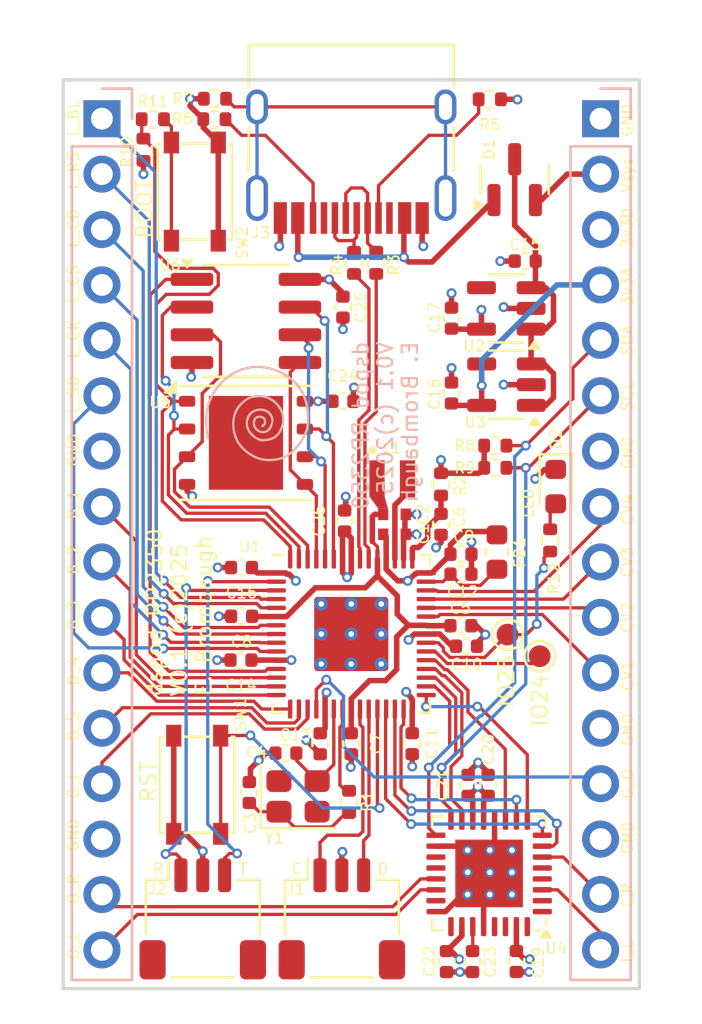
<source format=kicad_pcb>
(kicad_pcb (version 20241229) (generator "pcbnew") (generator_version "9.0")
  (layers (0 "F.Cu" signal) (4 "In1.Cu" signal) (6 "In2.Cu" signal) (2 "B.Cu" signal) (13 "F.Paste" user) (15 "B.Paste" user) (5 "F.SilkS" user "F.Silkscreen") (7 "B.SilkS" user "B.Silkscreen") (1 "F.Mask" user) (3 "B.Mask" user) (25 "Edge.Cuts" user))
  (net 0 "")
  (net 1 "GND")
  (net 2 "/NRST")
  (net 3 "+3.3VA")
  (net 4 "/SWDIO")
  (net 5 "/SWCLK")
  (net 6 "Net-(C3-Pad1)")
  (net 7 "+1V1")
  (net 8 "/UART0_TX")
  (net 9 "/UART0_RX")
  (net 10 "/LCD_BK")
  (net 11 "/LCD_CS")
  (net 12 "/LCD_DC")
  (net 13 "/LCD_NRST")
  (net 14 "/LCD_SDO")
  (net 15 "/LCD_SCLK")
  (net 16 "/I2C_SCL")
  (net 17 "/I2C_SDA")
  (net 18 "/I2S_MCLK")
  (net 19 "/I2S_DO")
  (net 20 "/I2S_DI")
  (net 21 "/I2S_LRCK")
  (net 22 "/I2S_SCLK")
  (net 23 "/ADC_AVDD")
  (net 24 "/QSPI_SS_N")
  (net 25 "/QSPI_SD1")
  (net 26 "/QSPI_SD2")
  (net 27 "/QSPI_SD0")
  (net 28 "/QSPI_SCLK")
  (net 29 "/QSPI_SD3")
  (net 30 "+3.3V")
  (net 31 "Net-(U1-XIN)")
  (net 32 "/VREG_AVDD")
  (net 33 "/V4.7")
  (net 34 "Net-(U4-VREF)")
  (net 35 "/Vbus")
  (net 36 "/Vsys")
  (net 37 "Net-(J3-CC2)")
  (net 38 "Net-(J3-SHIELD)")
  (net 40 "Net-(J3-D--PadA7)")
  (net 41 "Net-(J3-D+-PadA6)")
  (net 42 "Net-(J3-CC1)")
  (net 44 "/gate_in")
  (net 45 "/in_r")
  (net 46 "/in_l")
  (net 47 "/cv1")
  (net 48 "/cv2")
  (net 49 "/cv4")
  (net 50 "/cv3")
  (net 51 "/gate_out")
  (net 52 "/btn4")
  (net 53 "/out_r")
  (net 54 "/btn1")
  (net 55 "/out_l")
  (net 56 "/btn2")
  (net 57 "/btn3")
  (net 58 "/btn5")
  (net 59 "/VREG_LX")
  (net 60 "Net-(U1-XOUT)")
  (net 61 "Net-(U1-USB_DM)")
  (net 62 "Net-(U1-USB_DP)")
  (net 63 "Net-(R11-Pad2)")
  (net 64 "Net-(U1-GPIO24)")
  (net 65 "Net-(D2-A)")
  (net 66 "/CODEC_GPIO1")
  (net 67 "/QMI_CS1n")
  (net 83 "/LED")
  (footprint "Capacitor_SMD:C_0402_1005Metric" (layer "F.Cu") (at 157.5054 90.551 90)
    (property "Reference" "C18")
    (property "Value" "4.7uf")
  )
  (footprint "Capacitor_SMD:C_0402_1005Metric" (layer "F.Cu") (at 157.9372 98.8568)
    (property "Reference" "C12")
    (property "Value" "0.1uf")
  )
  (footprint "Package_DFN_QFN:QFN-32-1EP_5x5mm_P0.5mm_EP3.1x3.1mm" (layer "F.Cu") (at 159.2286 112.5737 180)
    (property "Reference" "U4")
    (property "Value" "NAU88C22")
  )
  (footprint "Capacitor_SMD:C_0402_1005Metric" (layer "F.Cu") (at 157.5054 87.122 90)
    (property "Reference" "C17")
    (property "Value" "4.7uf")
  )
  (footprint "Capacitor_SMD:C_0402_1005Metric" (layer "F.Cu") (at 147.8534 102.7938 180)
    (property "Reference" "C14")
    (property "Value" "0.1uf")
  )
  (footprint "Resistor_SMD:R_0402_1005Metric" (layer "F.Cu") (at 159.258 77.089 180)
    (property "Reference" "R5")
    (property "Value" "5k1")
  )
  (footprint "Capacitor_SMD:C_0402_1005Metric" (layer "F.Cu") (at 155.702 106.6266 -90)
    (property "Reference" "C11")
    (property "Value" "0.1uf")
  )
  (footprint "TestPoint:TestPoint_Pad_D1.0mm" (layer "F.Cu") (at 160.0708 101.6254 90)
    (property "Reference" "TP2" (hide yes))
    (property "Value" "IO25")
  )
  (footprint "Inductor_SMD:L_0603_1608Metric" (layer "F.Cu") (at 159.5882 97.8408 -90)
    (property "Reference" "FB1")
    (property "Value" "1k")
  )
  (footprint "Capacitor_SMD:C_0402_1005Metric" (layer "F.Cu") (at 157.0228 96.5708 -90)
    (property "Reference" "C6")
    (property "Value" "4.7uf")
  )
  (footprint "Capacitor_SMD:C_0402_1005Metric" (layer "F.Cu") (at 148.2344 108.8644 90)
    (property "Reference" "C3")
    (property "Value" "12pf")
  )
  (footprint "Connector_JST:JST_SH_SM03B-SRSS-TB_1x03-1MP_P1.00mm_Horizontal" (layer "F.Cu") (at 152.4762 114.6556)
    (property "Reference" "J1")
    (property "Value" "SWD")
  )
  (footprint "Resistor_SMD:R_0402_1005Metric" (layer "F.Cu") (at 162.0266 97.3074 -90)
    (property "Reference" "R12")
    (property "Value" "1k")
  )
  (footprint "Resistor_SMD:R_0402_1005Metric" (layer "F.Cu") (at 159.512 93.98 180)
    (property "Reference" "R9")
    (property "Value" "4k7")
  )
  (footprint "LED_SMD:LED_0603_1608Metric" (layer "F.Cu") (at 162.2806 94.8436 -90)
    (property "Reference" "D2")
    (property "Value" "LED Green")
  )
  (footprint "Connector_USB:USB_C_Receptacle_HRO_TYPE-C-31-M-12" (layer "F.Cu") (at 152.908 78.486 180)
    (property "Reference" "J3")
    (property "Value" "USB_C_Receptacle_USB2.0")
  )
  (footprint "EMEB:SW_SPST_PTS815" (layer "F.Cu") (at 145.737 81.3202 90)
    (property "Reference" "SW2")
    (property "Value" "SW_Push")
  )
  (footprint "Resistor_SMD:R_0402_1005Metric" (layer "F.Cu") (at 152.8064 109.2962 90)
    (property "Reference" "R1")
    (property "Value" "1k")
  )
  (footprint "EMEB:C_0402_1005Metric_small_pads" (layer "F.Cu") (at 154.8892 96.1136)
    (property "Reference" "C2")
    (property "Value" "4.7uf")
  )
  (footprint "Package_SO:SOIC-8_3.9x4.9mm_P1.27mm" (layer "F.Cu") (at 148.082 87.249)
    (property "Reference" "U6")
    (property "Value" "APS6404L-3SQR-SN")
  )
  (footprint "Capacitor_SMD:C_0402_1005Metric" (layer "F.Cu") (at 147.8814 100.7872 180)
    (property "Reference" "C8")
    (property "Value" "0.1uf")
  )
  (footprint "Resistor_SMD:R_0402_1005Metric" (layer "F.Cu") (at 153.035 84.584 90)
    (property "Reference" "R4")
    (property "Value" "27.5")
  )
  (footprint "Capacitor_SMD:C_0402_1005Metric" (layer "F.Cu") (at 149.9108 107.061 180)
    (property "Reference" "C4")
    (property "Value" "12pf")
  )
  (footprint "Resistor_SMD:R_0402_1005Metric" (layer "F.Cu") (at 157.0228 94.74 -90)
    (property "Reference" "R2")
    (property "Value" "33")
  )
  (footprint "Resistor_SMD:R_0402_1005Metric" (layer "F.Cu") (at 143.383 79.4004 -90)
    (property "Reference" "R10")
    (property "Value" "10k")
  )
  (footprint "Package_TO_SOT_SMD:SOT-23-5" (layer "F.Cu") (at 160.0255 90.17 180)
    (property "Reference" "U3")
    (property "Value" "XC6222B331MR-G")
  )
  (footprint "Capacitor_SMD:C_0402_1005Metric" (layer "F.Cu") (at 157.9346 101.219)
    (property "Reference" "C5")
    (property "Value" "0.1uf")
  )
  (footprint "EMEB:SW_SPST_PTS815" (layer "F.Cu") (at 145.8468 108.5088 90)
    (property "Reference" "SW1")
    (property "Value" "SW_Push")
  )
  (footprint "Resistor_SMD:R_0402_1005Metric" (layer "F.Cu") (at 143.8128 78.0034)
    (property "Reference" "R11")
    (property "Value" "1k")
  )
  (footprint "Crystal:Crystal_SMD_2520-4Pin_2.5x2.0mm" (layer "F.Cu") (at 150.4696 109.0422)
    (property "Reference" "Y1")
    (property "Value" "ABM10-167-12.000MHZ-T3")
  )
  (footprint "Capacitor_SMD:C_0402_1005Metric" (layer "F.Cu") (at 157.9372 97.9424)
    (property "Reference" "C9")
    (property "Value" "0.1uf")
  )
  (footprint "Resistor_SMD:R_0402_1005Metric" (layer "F.Cu") (at 159.512 92.964 180)
    (property "Reference" "R8")
    (property "Value" "4k7")
  )
  (footprint "Resistor_SMD:R_0402_1005Metric" (layer "F.Cu") (at 154.051 84.582 90)
    (property "Reference" "R3")
    (property "Value" "27.5")
  )
  (footprint "EMEB:L_pol_2016" (layer "F.Cu") (at 154.7876 94.488)
    (property "Reference" "L1")
    (property "Value" "3.3u")
  )
  (footprint "EMEB:RP2350-QFN-60-1EP_7x7_P0.4mm_EP3.4x3.4mm_ThermalVias" (layer "F.Cu") (at 152.908 101.6)
    (property "Reference" "U1")
    (property "Value" "RP2350_60QFN")
  )
  (footprint "Connector_JST:JST_SH_SM03B-SRSS-TB_1x03-1MP_P1.00mm_Horizontal" (layer "F.Cu") (at 146.1008 114.6556)
    (property "Reference" "J2")
    (property "Value" "Serial")
  )
  (footprint "Capacitor_SMD:C_0402_1005Metric" (layer "F.Cu") (at 152.908 106.6292 -90)
    (property "Reference" "C7")
    (property "Value" "0.1uf")
  )
  (footprint "Capacitor_SMD:C_0402_1005Metric" (layer "F.Cu") (at 158.1912 102.1588)
    (property "Reference" "C10")
    (property "Value" "0.1uf")
  )
  (footprint "Capacitor_SMD:C_0402_1005Metric" (layer "F.Cu") (at 160.8836 84.5058 180)
    (property "Reference" "C15")
    (property "Value" "4.7uf")
  )
  (footprint "Package_TO_SOT_SMD:SOT-23-5" (layer "F.Cu") (at 160.0145 86.675 180)
    (property "Reference" "U2")
    (property "Value" "XC6222B331MR-G")
  )
  (footprint "Capacitor_SMD:C_0402_1005Metric" (layer "F.Cu") (at 160.4772 116.6088 -90)
    (property "Reference" "C19")
    (property "Value" "4.7uf")
  )
  (footprint "Capacitor_SMD:C_0402_1005Metric" (layer "F.Cu") (at 152.527 86.614 -90)
    (property "Reference" "C25")
    (property "Value" "0.1uf")
  )
  (footprint "Capacitor_SMD:C_0402_1005Metric" (layer "F.Cu") (at 152.527 90.932)
    (property "Reference" "C24")
    (property "Value" "0.1uf")
  )
  (footprint "Resistor_SMD:R_0402_1005Metric" (layer "F.Cu") (at 146.6342 78.0034)
    (property "Reference" "R6")
    (property "Value" "5k1")
  )
  (footprint "Capacitor_SMD:C_0402_1005Metric" (layer "F.Cu") (at 152.6032 96.4184 90)
    (property "Reference" "C26")
    (property "Value" "0.1uf")
  )
  (footprint "EMEB:C_0402_1005Metric_small_pads" (layer "F.Cu") (at 154.8892 97.028)
    (property "Reference" "C1")
    (property "Value" "4.7uf")
  )
  (footprint "Capacitor_SMD:C_0402_1005Metric" (layer "F.Cu") (at 158.4706 116.6114 -90)
    (property "Reference" "C23")
    (property "Value" "4.7uf")
  )
  (footprint "Resistor_SMD:R_0402_1005Metric" (layer "F.Cu") (at 146.6596 77.0636)
    (property "Reference" "R7")
    (property "Value" "1M")
  )
  (footprint "Capacitor_SMD:C_0402_1005Metric" (layer "F.Cu") (at 159.1818 108.5342 90)
    (property "Reference" "C20")
    (property "Value" "4.7uf")
  )
  (footprint "Capacitor_SMD:C_0402_1005Metric" (layer "F.Cu") (at 151.4856 106.6292 -90)
    (property "Reference" "C13")
    (property "Value" "0.1uf")
  )
  (footprint "Capacitor_SMD:C_0402_1005Metric" (layer "F.Cu") (at 158.2674 108.5342 90)
    (property "Reference" "C21")
    (property "Value" "4.7uf")
  )
  (footprint "Package_SON:WSON-8-1EP_6x5mm_P1.27mm_EP3.4x4.3mm" (layer "F.Cu") (at 148.082 92.837)
    (property "Reference" "U5")
    (property "Value" "W25Q32JVZPIQ")
  )
  (footprint "Capacitor_SMD:C_0402_1005Metric" (layer "F.Cu") (at 147.8762 98.552 180)
    (property "Reference" "C16")
    (property "Value" "0.1uf")
  )
  (footprint "Capacitor_SMD:C_0402_1005Metric" (layer "F.Cu") (at 157.2768 116.614 -90)
    (property "Reference" "C22")
    (property "Value" "4.7uf")
  )
  (footprint "Package_TO_SOT_SMD:SOT-23" (layer "F.Cu") (at 160.401 80.772 90)
    (property "Reference" "D1")
    (property "Value" "PMEG2005CT,215")
  )
  (footprint "TestPoint:TestPoint_Pad_D1.0mm" (layer "F.Cu") (at 161.544 102.616)
    (property "Reference" "TP1" (hide yes))
    (property "Value" "IO24")
  )
  (footprint "Connector_PinHeader_2.54mm:PinHeader_1x16_P2.54mm_Vertical" (layer "B.Cu") (at 141.478 77.978 180)
    (property "Reference" "J4" (hide yes))
    (property "Value" "Conn_01x16")
  )
  (footprint "EMEB:avatar_small" (layer "B.Cu") (at 149.541757 92.456972 -90)
    (property "Reference" "Ref**" (hide yes))
    (property "Value" "Val**" (hide yes))
  )
  (footprint "Connector_PinHeader_2.54mm:PinHeader_1x16_P2.54mm_Vertical" (layer "B.Cu") (at 164.338 77.978 180)
    (property "Reference" "J6" (hide yes))
    (property "Value" "Conn_01x16")
  )
  (gr_rect (start 139.7 76.2) (end 166.116 117.856) (stroke (width 0.15)) (fill no) (layer "Edge.Cuts"))
  (gr_text "3v3A" (at 165.862 86.614 90) (layer "F.SilkS") (effects (font (size 0.5 0.5) (thickness 0.08)) (justify left bottom)))
  (gr_text "T" (at 147.701 112.649 0) (layer "F.SilkS") (effects (font (size 0.5 0.5) (thickness 0.08)) (justify left bottom)))
  (gr_text "L_CS" (at 140.462 86.487 90) (layer "F.SilkS") (effects (font (size 0.5 0.5) (thickness 0.08)) (justify left bottom)))
  (gr_text "BOOT" (at 143.8402 83.5406 90) (layer "F.SilkS") (effects (font (size 0.7 0.7) (thickness 0.1)) (justify left bottom)))
  (gr_text "B_5" (at 140.462 106.553 90) (layer "F.SilkS") (effects (font (size 0.5 0.5) (thickness 0.08)) (justify left bottom)))
  (gr_text "B_3" (at 140.462 101.473 90) (layer "F.SilkS") (effects (font (size 0.5 0.5) (thickness 0.08)) (justify left bottom)))
  (gr_text "GND" (at 140.462 93.98 90) (layer "F.SilkS") (effects (font (size 0.5 0.5) (thickness 0.08)) (justify left bottom)))
  (gr_text "GND" (at 140.462 111.633 90) (layer "F.SilkS") (effects (font (size 0.5 0.5) (thickness 0.08)) (justify left bottom)))
  (gr_text "CV2" (at 165.862 101.6 90) (layer "F.SilkS") (effects (font (size 0.5 0.5) (thickness 0.08)) (justify left bottom)))
  (gr_text "B_2" (at 140.462 98.933 90) (layer "F.SilkS") (effects (font (size 0.5 0.5) (thickness 0.08)) (justify left bottom)))
  (gr_text "R" (at 143.764 112.649 0) (layer "F.SilkS") (effects (font (size 0.5 0.5) (thickness 0.08)) (justify left bottom)))
  (gr_text "I_R" (at 165.862 114.173 90) (layer "F.SilkS") (effects (font (size 0.5 0.5) (thickness 0.08)) (justify left bottom)))
  (gr_text "CV1" (at 165.862 104.267 90) (layer "F.SilkS") (effects (font (size 0.5 0.5) (thickness 0.08)) (justify left bottom)))
  (gr_text "B_4" (at 140.462 104.013 90) (layer "F.SilkS") (effects (font (size 0.5 0.5) (thickness 0.08)) (justify left bottom)))
  (gr_text "G_I" (at 140.462 109.22 90) (layer "F.SilkS") (effects (font (size 0.5 0.5) (thickness 0.08)) (justify left bottom)))
  (gr_text "G_O" (at 165.862 109.22 90) (layer "F.SilkS") (effects (font (size 0.5 0.5) (thickness 0.08)) (justify left bottom)))
  (gr_text "CV4" (at 165.862 96.647 90) (layer "F.SilkS") (effects (font (size 0.5 0.5) (thickness 0.08)) (justify left bottom)))
  (gr_text "LED" (at 161.3154 96.3422 90) (layer "F.SilkS") (effects (font (size 0.5 0.5) (thickness 0.08)) (justify left bottom)))
  (gr_text "O_L" (at 140.462 116.586 90) (layer "F.SilkS") (effects (font (size 0.5 0.5) (thickness 0.08)) (justify left bottom)))
  (gr_text "dspod RP2350\nV0.1 (c)2025\nE. Brombaugh" (at 146.558 104.521 90) (layer "F.SilkS") (effects (font (size 0.7 0.7) (thickness 0.1)) (justify left bottom)))
  (gr_text "L_CK" (at 140.462 89.027 90) (layer "F.SilkS") (effects (font (size 0.5 0.5) (thickness 0.08)) (justify left bottom)))
  (gr_text "C" (at 150.114 112.649 0) (layer "F.SilkS") (effects (font (size 0.5 0.5) (thickness 0.08)) (justify left bottom)))
  (gr_text "3v3D" (at 165.862 83.947 90) (layer "F.SilkS") (effects (font (size 0.5 0.5) (thickness 0.08)) (justify left bottom)))
  (gr_text "L_RS" (at 140.462 81.28 90) (layer "F.SilkS") (effects (font (size 0.5 0.5) (thickness 0.08)) (justify left bottom)))
  (gr_text "D" (at 154.051 112.649 0) (layer "F.SilkS") (effects (font (size 0.5 0.5) (thickness 0.08)) (justify left bottom)))
  (gr_text "SDA" (at 165.862 88.9 90) (layer "F.SilkS") (effects (font (size 0.5 0.5) (thickness 0.08)) (justify left bottom)))
  (gr_text "SCL" (at 165.862 91.44 90) (layer "F.SilkS") (effects (font (size 0.5 0.5) (thickness 0.08)) (justify left bottom)))
  (gr_text "Vsys" (at 165.862 81.407 90) (layer "F.SilkS") (effects (font (size 0.5 0.5) (thickness 0.08)) (justify left bottom)))
  (gr_text "GND" (at 165.862 94.107 90) (layer "F.SilkS") (effects (font (size 0.5 0.5) (thickness 0.08)) (justify left bottom)))
  (gr_text "L_CD" (at 140.462 83.947 90) (layer "F.SilkS") (effects (font (size 0.5 0.5) (thickness 0.08)) (justify left bottom)))
  (gr_text "B_1" (at 140.462 96.393 90) (layer "F.SilkS") (effects (font (size 0.5 0.5) (thickness 0.08)) (justify left bottom)))
  (gr_text "GND" (at 165.862 106.807 90) (layer "F.SilkS") (effects (font (size 0.5 0.5) (thickness 0.08)) (justify left bottom)))
  (gr_text "L_SD" (at 140.462 91.567 90) (layer "F.SilkS") (effects (font (size 0.5 0.5) (thickness 0.08)) (justify left bottom)))
  (gr_text "CV3" (at 165.862 99.06 90) (layer "F.SilkS") (effects (font (size 0.5 0.5) (thickness 0.08)) (justify left bottom)))
  (gr_text "GND" (at 165.862 78.867 90) (layer "F.SilkS") (effects (font (size 0.5 0.5) (thickness 0.08)) (justify left bottom)))
  (gr_text "O_R" (at 140.462 114.046 90) (layer "F.SilkS") (effects (font (size 0.5 0.5) (thickness 0.08)) (justify left bottom)))
  (gr_text "RST" (at 144.018 109.3724 90) (layer "F.SilkS") (effects (font (size 0.7 0.7) (thickness 0.1)) (justify left bottom)))
  (gr_text "GND" (at 165.862 111.76 90) (layer "F.SilkS") (effects (font (size 0.5 0.5) (thickness 0.08)) (justify left bottom)))
  (gr_text "L_BL" (at 140.462 78.867 90) (layer "F.SilkS") (effects (font (size 0.5 0.5) (thickness 0.08)) (justify left bottom)))
  (gr_text "I_L" (at 165.862 116.713 90) (layer "F.SilkS") (effects (font (size 0.5 0.5) (thickness 0.08)) (justify left bottom)))
  (gr_text "dspod RP2350\nV0.1 (c)2025\nE. Brombaugh" (at 156.0068 88.138 90) (layer "B.SilkS") (effects (font (size 0.7 0.7) (thickness 0.1)) (justify left bottom mirror)))
  (segment (start 151.4856 107.102746) (end 150.850302 106.467448) (width 0.254) (layer "F.Cu") (net 1))
  (segment (start 147.3962 98.552) (end 146.7866 98.552) (width 0.254) (layer "F.Cu") (net 1))
  (segment (start 156.7911 114.3237) (end 157.228599 114.3237) (width 0.254) (layer "F.Cu") (net 1))
  (segment (start 145.3028 110.7588) (end 146.1008 111.5568) (width 0.254) (layer "F.Cu") (net 1))
  (segment (start 159.1818 108.0542) (end 159.1818 107.95) (width 0.254) (layer "F.Cu") (net 1))
  (segment (start 152.908 107.6706) (end 152.8826 107.696) (width 0.254) (layer "F.Cu") (net 1))
  (segment (start 158.9786 115.0112) (end 158.9786 113.8174) (width 0.254) (layer "F.Cu") (net 1))
  (segment (start 161.163 90.17) (end 159.893 90.17) (width 0.254) (layer "F.Cu") (net 1))
  (segment (start 159.768 77.089) (end 160.517 77.089) (width 0.254) (layer "F.Cu") (net 1))
  (segment (start 157.5054 85.979) (end 157.5054 86.642) (width 0.254) (layer "F.Cu") (net 1))
  (segment (start 158.4172 97.3862) (end 158.4172 97.9424) (width 0.254) (layer "F.Cu") (net 1))
  (segment (start 148.2852 107.7722) (end 148.6662 107.3912) (width 0.254) (layer "F.Cu") (net 1))
  (segment (start 152.654 95.3008) (end 152.654 95.8876) (width 0.254) (layer "F.Cu") (net 1))
  (segment (start 162.2806 94.0561) (end 161.7727 94.0561) (width 0.254) (layer "F.Cu") (net 1))
  (segment (start 145.5166 77.0636) (end 146.1496 77.0636) (width 0.254) (layer "F.Cu") (net 1))
  (segment (start 159.7406 84.5058) (end 160.4036 84.5058) (width 0.254) (layer "F.Cu") (net 1))
  (segment (start 155.308 97.0892) (end 155.3692 97.028) (width 0.254) (layer "F.Cu") (net 1))
  (segment (start 159.0548 101.6254) (end 158.6484 101.219) (width 0.254) (layer "F.Cu") (net 1))
  (segment (start 145.607 89.154) (end 145.607 89.7748) (width 0.254) (layer "F.Cu") (net 1))
  (segment (start 158.014299 113.538) (end 158.242 113.538) (width 0.254) (layer "F.Cu") (net 1))
  (segment (start 148.2852 108.3336) (end 148.2852 107.7722) (width 0.254) (layer "F.Cu") (net 1))
  (segment (start 148.9964 107.061) (end 148.6662 107.3912) (width 0.254) (layer "F.Cu") (net 1))
  (segment (start 147.4014 100.7872) (end 146.8374 100.7872) (width 0.254) (layer "F.Cu") (net 1))
  (segment (start 145.382 95.0392) (end 145.6182 95.2754) (width 0.254) (layer "F.Cu") (net 1))
  (segment (start 160.4772 117.0888) (end 161.0562 117.0888) (width 0.254) (layer "F.Cu") (net 1))
  (segment (start 161.7727 94.0561) (end 161.3408 94.488) (width 0.254) (layer "F.Cu") (net 1))
  (segment (start 158.0597 111.3237) (end 158.242 111.506) (width 0.254) (layer "F.Cu") (net 1))
  (segment (start 148.2344 108.3844) (end 148.2852 108.3336) (width 0.254) (layer "F.Cu") (net 1))
  (segment (start 157.8864 117.094) (end 157.889 117.0914) (width 0.254) (layer "F.Cu") (net 1))
  (segment (start 145.5166 77.3958) (end 146.1242 78.0034) (width 0.254) (layer "F.Cu") (net 1))
  (segment (start 157.0228 97.0508) (end 157.0228 97.409) (width 0.254) (layer "F.Cu") (net 1))
  (segment (start 158.6712 102.1588) (end 158.6712 102.009) (width 0.254) (layer "F.Cu") (net 1))
  (segment (start 155.702 107.1066) (end 155.702 107.6706) (width 0.254) (layer "F.Cu") (net 1))
  (segment (start 153.007 90.932) (end 153.007 90.325) (width 0.254) (layer "F.Cu") (net 1))
  (segment (start 158.9786 113.8174) (end 159.258 113.538) (width 0.254) (layer "F.Cu") (net 1))
  (segment (start 158.4706 117.0914) (end 157.889 117.0914) (width 0.254) (layer "F.Cu") (net 1))
  (segment (start 157.5054 89.408) (end 157.5054 90.071) (width 0.254) (layer "F.Cu") (net 1))
  (segment (start 146.812 79.0702) (end 146.812 83.5702) (width 0.254) (layer "F.Cu") (net 1))
  (segment (start 152.4762 112.6556) (end 152.4762 111.6076) (width 0.254) (layer "F.Cu") (net 1))
  (segment (start 145.382 94.742) (end 145.382 95.0392) (width 0.254) (layer "F.Cu") (net 1))
  (segment (start 155.3692 97.028) (end 155.3692 96.1136) (width 0.254) (layer "F.Cu") (net 1))
  (segment (start 146.1242 78.3824) (end 146.812 79.0702) (width 0.254) (layer "F.Cu") (net 1))
  (segment (start 145.607 89.7748) (end 145.5674 89.8144) (width 0.254) (layer "F.Cu") (net 1))
  (segment (start 159.4786 111.2854) (end 159.258 111.506) (width 0.254) (layer "F.Cu") (net 1))
  (segment (start 160.517 77.089) (end 160.528 77.1) (width 0.254) (layer "F.Cu") (net 1))
  (segment (start 156.158 82.531) (end 156.158 83.768) (width 0.254) (layer "F.Cu") (net 1))
  (segment (start 149.658 82.531) (end 149.658 83.768) (width 0.254) (layer "F.Cu") (net 1))
  (segment (start 144.7718 106.2588) (end 144.7718 110.7588) (width 0.254) (layer "F.Cu") (net 1))
  (segment (start 144.7718 110.7588) (end 145.3028 110.7588) (width 0.254) (layer "F.Cu") (net 1))
  (segment (start 152.4762 111.6076) (end 152.5016 111.5822) (width 0.254) (layer "F.Cu") (net 1))
  (segment (start 155.3692 96.1136) (end 155.9052 96.1136) (width 0.254) (layer "F.Cu") (net 1))
  (segment (start 155.308 98.1625) (end 155.308 97.0892) (width 0.254) (layer "F.Cu") (net 1))
  (segment (start 159.954 86.675) (end 159.893 86.614) (width 0.254) (layer "F.Cu") (net 1))
  (segment (start 146.1008 112.6556) (end 146.1008 111.5568) (width 0.254) (layer "F.Cu") (net 1))
  (segment (start 146.1242 78.0034) (end 146.1242 78.3824) (width 0.254) (layer "F.Cu") (net 1))
  (segment (start 155.3692 97.028) (end 155.9052 97.028) (width 0.254) (layer "F.Cu") (net 1))
  (segment (start 161.152 86.675) (end 159.954 86.675) (width 0.254) (layer "F.Cu") (net 1))
  (segment (start 149.658 83.768) (end 149.606 83.82) (width 0.254) (layer "F.Cu") (net 1))
  (segment (start 158.4172 98.8568) (end 158.4172 97.9424) (width 0.254) (layer "F.Cu") (net 1))
  (segment (start 156.158 83.768) (end 156.21 83.82) (width 0.254) (layer "F.Cu") (net 1))
  (segment (start 158.6712 102.009) (end 159.0548 101.6254) (width 0.254) (layer "F.Cu") (net 1))
  (segment (start 161.0614 117.094) (end 161.0562 117.0888) (width 0.254) (layer "F.Cu") (net 1))
  (segment (start 152.654 95.8876) (end 152.6032 95.9384) (width 0.254) (layer "F.Cu") (net 1))
  (segment (start 158.2674 107.95) (end 158.7246 107.4928) (width 0.254) (layer "F.Cu") (net 1))
  (segment (start 158.6484 101.219) (end 158.4146 101.219) (width 0.254) (layer "F.Cu") (net 1))
  (segment (start 152.908 107.1092) (end 152.908 107.6706) (width 0.254) (layer "F.Cu") (net 1))
  (segment (start 156.7911 111.3237) (end 158.0597 111.3237) (width 0.254) (layer "F.Cu") (net 1))
  (segment (start 151.4856 107.1092) (end 151.4856 107.102746) (width 0.254) (layer "F.Cu") (net 1))
  (segment (start 147.3734 102.7938) (end 146.7612 102.7938) (width 0.254) (layer "F.Cu") (net 1))
  (segment (start 149.4308 107.061) (end 148.9964 107.061) (width 0.254) (layer "F.Cu") (net 1))
  (segment (start 153.007 90.325) (end 153.035 90.297) (width 0.254) (layer "F.Cu") (net 1))
  (segment (start 157.228599 114.3237) (end 158.014299 113.538) (width 0.254) (layer "F.Cu") (net 1))
  (segment (start 145.5166 77.0636) (end 145.5166 77.3958) (width 0.254) (layer "F.Cu") (net 1))
  (segment (start 157.2768 117.094) (end 157.8864 117.094) (width 0.254) (layer "F.Cu") (net 1))
  (segment (start 159.1818 107.95) (end 158.7246 107.4928) (width 0.254) (layer "F.Cu") (net 1))
  (segment (start 158.2674 108.0542) (end 158.2674 107.95) (width 0.254) (layer "F.Cu") (net 1))
  (segment (start 159.4786 110.1362) (end 159.4786 111.2854) (width 0.254) (layer "F.Cu") (net 1))
  (segment (start 158.4198 97.3836) (end 158.4172 97.3862) (width 0.254) (layer "F.Cu") (net 1))
  (segment (start 152.527 87.094) (end 152.527 87.63) (width 0.254) (layer "F.Cu") (net 1))
  (segment (start 157.0228 97.409) (end 156.7942 97.6376) (width 0.254) (layer "F.Cu") (net 1))
  (via (at 159.258 113.538) (size 0.4572) (drill 0.254) (layers "F.Cu" "B.Cu") (net 1))
  (via (at 146.7612 102.7938) (size 0.4572) (drill 0.254) (layers "F.Cu" "B.Cu") (net 1))
  (via (at 148.6662 107.3912) (size 0.4572) (drill 0.254) (layers "F.Cu" "B.Cu") (net 1))
  (via (at 159.7406 84.5058) (size 0.4572) (drill 0.254) (layers "F.Cu" "B.Cu") (net 1))
  (via (at 155.9052 96.1136) (size 0.4572) (drill 0.254) (layers "F.Cu" "B.Cu") (net 1))
  (via (at 158.4198 97.3836) (size 0.4572) (drill 0.254) (layers "F.Cu" "B.Cu") (net 1))
  (via (at 152.5016 111.5822) (size 0.4572) (drill 0.254) (layers "F.Cu" "B.Cu") (net 1))
  (via (at 160.274 111.506) (size 0.4572) (drill 0.254) (layers "F.Cu" "B.Cu") (net 1))
  (via (at 159.258 112.522) (size 0.4572) (drill 0.254) (layers "F.Cu" "B.Cu") (net 1))
  (via (at 158.7246 107.4928) (size 0.4572) (drill 0.254) (layers "F.Cu" "B.Cu") (net 1))
  (via (at 159.0548 101.6254) (size 0.4572) (drill 0.254) (layers "F.Cu" "B.Cu") (net 1))
  (via (at 152.8826 107.696) (size 0.4572) (drill 0.254) (layers "F.Cu" "B.Cu") (net 1))
  (via (at 155.702 107.6706) (size 0.4572) (drill 0.254) (layers "F.Cu" "B.Cu") (net 1))
  (via (at 145.5674 89.8144) (size 0.4572) (drill 0.254) (layers "F.Cu" "B.Cu") (net 1))
  (via (at 153.035 90.297) (size 0.4572) (drill 0.254) (layers "F.Cu" "B.Cu") (net 1))
  (via (at 149.606 83.82) (size 0.4572) (drill 0.254) (layers "F.Cu" "B.Cu") (net 1))
  (via (at 145.5166 77.0636) (size 0.4572) (drill 0.254) (layers "F.Cu" "B.Cu") (net 1))
  (via (at 146.1008 111.5568) (size 0.4572) (drill 0.254) (layers "F.Cu" "B.Cu") (net 1))
  (via (at 157.5054 89.408) (size 0.4572) (drill 0.254) (layers "F.Cu" "B.Cu") (net 1))
  (via (at 161.3408 94.488) (size 0.4572) (drill 0.254) (layers "F.Cu" "B.Cu") (net 1))
  (via (at 158.242 113.538) (size 0.4572) (drill 0.254) (layers "F.Cu" "B.Cu") (net 1))
  (via (at 157.5054 85.979) (size 0.4572) (drill 0.254) (layers "F.Cu" "B.Cu") (net 1))
  (via (at 157.889 117.0914) (size 0.4572) (drill 0.254) (layers "F.Cu" "B.Cu") (net 1))
  (via (at 159.258 111.506) (size 0.4572) (drill 0.254) (layers "F.Cu" "B.Cu") (net 1))
  (via (at 155.9052 97.028) (size 0.4572) (drill 0.254) (layers "F.Cu" "B.Cu") (net 1))
  (via (at 150.850302 106.467448) (size 0.4572) (drill 0.254) (layers "F.Cu" "B.Cu") (net 1))
  (via (at 160.274 112.522) (size 0.4572) (drill 0.254) (layers "F.Cu" "B.Cu") (net 1))
  (via (at 158.242 112.522) (size 0.4572) (drill 0.254) (layers "F.Cu" "B.Cu") (net 1))
  (via (at 156.7942 97.6376) (size 0.4572) (drill 0.254) (layers "F.Cu" "B.Cu") (net 1))
  (via (at 152.654 95.3008) (size 0.4572) (drill 0.254) (layers "F.Cu" "B.Cu") (net 1))
  (via (at 156.21 83.82) (size 0.4572) (drill 0.254) (layers "F.Cu" "B.Cu") (net 1))
  (via (at 146.7866 98.552) (size 0.4572) (drill 0.254) (layers "F.Cu" "B.Cu") (net 1))
  (via (at 158.242 111.506) (size 0.4572) (drill 0.254) (layers "F.Cu" "B.Cu") (net 1))
  (via (at 146.8374 100.7872) (size 0.4572) (drill 0.254) (layers "F.Cu" "B.Cu") (net 1))
  (via (at 145.6182 95.2754) (size 0.4572) (drill 0.254) (layers "F.Cu" "B.Cu") (net 1))
  (via (at 152.527 87.63) (size 0.4572) (drill 0.254) (layers "F.Cu" "B.Cu") (net 1))
  (via (at 160.274 113.538) (size 0.4572) (drill 0.254) (layers "F.Cu" "B.Cu") (net 1))
  (via (at 159.893 90.17) (size 0.4572) (drill 0.254) (layers "F.Cu" "B.Cu") (net 1))
  (via (at 160.528 77.1) (size 0.4572) (drill 0.254) (layers "F.Cu" "B.Cu") (net 1))
  (via (at 159.893 86.614) (size 0.4572) (drill 0.254) (layers "F.Cu" "B.Cu") (net 1))
  (via (at 161.0562 117.0888) (size 0.4572) (drill 0.254) (layers "F.Cu" "B.Cu") (net 1))
  (segment (start 148.2852 106.2482) (end 147.0594 106.2482) (width 0.1524) (layer "F.Cu") (net 2))
  (segment (start 154.108 105.0375) (end 154.108 109.4802) (width 0.1524) (layer "F.Cu") (net 2))
  (segment (start 147.0594 106.2482) (end 147.0488 106.2588) (width 0.1524) (layer "F.Cu") (net 2))
  (segment (start 146.9218 106.2588) (end 146.9218 110.7588) (width 0.1524) (layer "F.Cu") (net 2))
  (segment (start 154.108 109.4802) (end 154.2034 109.5756) (width 0.1524) (layer "F.Cu") (net 2))
  (segment (start 147.0488 106.2588) (end 146.9218 106.2588) (width 0.1524) (layer "F.Cu") (net 2))
  (via (at 154.2034 109.5756) (size 0.4572) (drill 0.254) (layers "F.Cu" "B.Cu") (net 2))
  (via (at 148.2852 106.2482) (size 0.4572) (drill 0.254) (layers "F.Cu" "B.Cu") (net 2))
  (segment (start 154.2034 109.5756) (end 151.6126 109.5756) (width 0.1524) (layer "B.Cu") (net 2))
  (segment (start 151.6126 109.5756) (end 148.2852 106.2482) (width 0.1524) (layer "B.Cu") (net 2))
  (segment (start 160.853806 116.505406) (end 160.4772 116.1288) (width 0.254) (layer "F.Cu") (net 3))
  (segment (start 160.4786 115.0112) (end 160.4786 116.1274) (width 0.254) (layer "F.Cu") (net 3))
  (segment (start 157.5944 91.12) (end 157.5054 91.031) (width 0.254) (layer "F.Cu") (net 3))
  (segment (start 158.888 91.12) (end 158.888 90.2098) (width 0.254) (layer "F.Cu") (net 3))
  (segment (start 160.4786 116.1274) (end 160.4772 116.1288) (width 0.254) (layer "F.Cu") (net 3))
  (segment (start 158.888 91.12) (end 157.5944 91.12) (width 0.254) (layer "F.Cu") (net 3))
  (segment (start 157.9786 115.0112) (end 157.9786 115.4322) (width 0.254) (layer "F.Cu") (net 3))
  (segment (start 158.9024 90.1954) (end 158.888 90.2098) (width 0.254) (layer "F.Cu") (net 3))
  (segment (start 161.086925 116.505406) (end 160.853806 116.505406) (width 0.254) (layer "F.Cu") (net 3))
  (segment (start 157.863077 116.507774) (end 157.489303 116.134) (width 0.254) (layer "F.Cu") (net 3))
  (segment (start 157.489303 116.134) (end 157.2768 116.134) (width 0.254) (layer "F.Cu") (net 3))
  (segment (start 157.9786 115.4322) (end 157.2768 116.134) (width 0.254) (layer "F.Cu") (net 3))
  (via (at 158.888 90.2098) (size 0.4572) (drill 0.254) (layers "F.Cu" "B.Cu") (net 3))
  (via (at 157.863077 116.507774) (size 0.4572) (drill 0.254) (layers "F.Cu" "B.Cu") (net 3))
  (via (at 161.086925 116.505406) (size 0.4572) (drill 0.254) (layers "F.Cu" "B.Cu") (net 3))
  (segment (start 158.877 89.0524) (end 158.888 89.0634) (width 0.254) (layer "B.Cu") (net 3))
  (segment (start 158.888 89.0634) (end 158.888 90.2098) (width 0.254) (layer "B.Cu") (net 3))
  (segment (start 164.338 85.598) (end 162.3314 85.598) (width 0.254) (layer "B.Cu") (net 3))
  (segment (start 162.3314 85.598) (end 158.877 89.0524) (width 0.254) (layer "B.Cu") (net 3))
  (segment (start 153.708 105.0375) (end 153.7208 105.0503) (width 0.1524) (layer "F.Cu") (net 4))
  (segment (start 153.7208 105.0503) (end 153.7208 110.8202) (width 0.1524) (layer "F.Cu") (net 4))
  (segment (start 153.4762 111.0648) (end 153.4762 112.6556) (width 0.1524) (layer "F.Cu") (net 4))
  (segment (start 153.7208 110.8202) (end 153.4762 111.0648) (width 0.1524) (layer "F.Cu") (net 4))
  (segment (start 151.4762 111.1598) (end 151.4762 112.6556) (width 0.1524) (layer "F.Cu") (net 5))
  (segment (start 153.4414 105.883362) (end 153.4414 110.6424) (width 0.1524) (layer "F.Cu") (net 5))
  (segment (start 153.4414 110.6424) (end 153.2636 110.8202) (width 0.1524) (layer "F.Cu") (net 5))
  (segment (start 151.8158 110.8202) (end 151.4762 111.1598) (width 0.1524) (layer "F.Cu") (net 5))
  (segment (start 153.308 105.0375) (end 153.308 105.749962) (width 0.1524) (layer "F.Cu") (net 5))
  (segment (start 153.2636 110.8202) (end 151.8158 110.8202) (width 0.1524) (layer "F.Cu") (net 5))
  (segment (start 153.308 105.749962) (end 153.4414 105.883362) (width 0.1524) (layer "F.Cu") (net 5))
  (segment (start 152.8064 109.8062) (end 152.654 109.8062) (width 0.1524) (layer "F.Cu") (net 6))
  (segment (start 152.0148 110.4454) (end 150.2978 110.4454) (width 0.1524) (layer "F.Cu") (net 6))
  (segment (start 149.5946 109.7422) (end 148.683 109.7422) (width 0.1524) (layer "F.Cu") (net 6))
  (segment (start 148.683 109.7422) (end 148.2852 109.3444) (width 0.1524) (layer "F.Cu") (net 6))
  (segment (start 150.2978 110.4454) (end 149.5946 109.7422) (width 0.1524) (layer "F.Cu") (net 6))
  (segment (start 148.2852 109.3444) (end 148.2344 109.3444) (width 0.1524) (layer "F.Cu") (net 6))
  (segment (start 152.654 109.8062) (end 152.0148 110.4454) (width 0.1524) (layer "F.Cu") (net 6))
  (segment (start 155.5306 101.2) (end 155.0162 100.6856) (width 0.254) (layer "F.Cu") (net 7))
  (segment (start 155.0162 99.8474) (end 154.108 98.9392) (width 0.254) (layer "F.Cu") (net 7))
  (segment (start 154.4828 103.7336) (end 154.9908 103.2256) (width 0.254) (layer "F.Cu") (net 7))
  (segment (start 153.743094 103.7336) (end 154.4828 103.7336) (width 0.254) (layer "F.Cu") (net 7))
  (segment (start 153.9748 96.1136) (end 154.4092 96.1136) (width 0.254) (layer "F.Cu") (net 7))
  (segment (start 151.260206 99.4791) (end 153.5557 99.4791) (width 0.254) (layer "F.Cu") (net 7))
  (segment (start 149.4705 100.8) (end 149.939306 100.8) (width 0.254) (layer "F.Cu") (net 7))
  (segment (start 152.908 104.568694) (end 153.743094 103.7336) (width 0.254) (layer "F.Cu") (net 7))
  (segment (start 157.4546 101.219) (end 156.3645 101.219) (width 0.254) (layer "F.Cu") (net 7))
  (segment (start 152.908 106.1492) (end 152.908 105.0375) (width 0.254) (layer "F.Cu") (net 7))
  (segment (start 155.0162 100.6856) (end 155.0162 99.8474) (width 0.254) (layer "F.Cu") (net 7))
  (segment (start 154.108 98.9268) (end 154.108 98.6344) (width 0.254) (layer "F.Cu") (net 7))
  (segment (start 149.4705 100.8) (end 148.3742 100.8) (width 0.254) (layer "F.Cu") (net 7))
  (segment (start 154.108 98.9392) (end 154.108 98.6344) (width 0.254) (layer "F.Cu") (net 7))
  (segment (start 152.908 105.0375) (end 152.908 104.568694) (width 0.254) (layer "F.Cu") (net 7))
  (segment (start 153.5557 99.4791) (end 154.108 98.9268) (width 0.254) (layer "F.Cu") (net 7))
  (segment (start 155.5178 101.2) (end 155.876694 101.2) (width 0.254) (layer "F.Cu") (net 7))
  (segment (start 153.8732 94.7024) (end 154.0876 94.488) (width 0.254) (layer "F.Cu") (net 7))
  (segment (start 154.108 98.1625) (end 154.108 97.59788) (width 0.1524) (layer "F.Cu") (net 7))
  (segment (start 154.108 97.59788) (end 153.8732 97.36308) (width 0.1524) (layer "F.Cu") (net 7))
  (segment (start 154.108 98.6344) (end 154.108 98.1625) (width 0.254) (layer "F.Cu") (net 7))
  (segment (start 156.3455 101.2) (end 155.876694 101.2) (width 0.254) (layer "F.Cu") (net 7))
  (segment (start 154.9908 101.727) (end 155.5178 101.2) (width 0.254) (layer "F.Cu") (net 7))
  (segment (start 148.3742 100.8) (end 148.3614 100.7872) (width 0.254) (layer "F.Cu") (net 7))
  (segment (start 155.876694 101.2) (end 155.5306 101.2) (width 0.254) (layer "F.Cu") (net 7))
  (segment (start 149.939306 100.8) (end 151.260206 99.4791) (width 0.254) (layer "F.Cu") (net 7))
  (segment (start 156.3645 101.219) (end 156.3455 101.2) (width 0.254) (layer "F.Cu") (net 7))
  (segment (start 153.8732 96.2152) (end 153.9748 96.1136) (width 0.254) (layer "F.Cu") (net 7))
  (segment (start 154.9908 103.2256) (end 154.9908 101.727) (width 0.254) (layer "F.Cu") (net 7))
  (segment (start 153.8732 97.36308) (end 153.8732 96.2152) (width 0.254) (layer "F.Cu") (net 7))
  (segment (start 147.6756 111.6584) (end 147.32 111.6584) (width 0.1524) (layer "F.Cu") (net 8))
  (segment (start 147.1008 111.8776) (end 147.1008 112.6556) (width 0.1524) (layer "F.Cu") (net 8))
  (segment (start 146.3612 99.2) (end 146.3294 99.1682) (width 0.1524) (layer "F.Cu") (net 8))
  (segment (start 149.4705 99.2) (end 146.3612 99.2) (width 0.1524) (layer "F.Cu") (net 8))
  (segment (start 147.32 111.6584) (end 147.1008 111.8776) (width 0.1524) (layer "F.Cu") (net 8))
  (via (at 147.6756 111.6584) (size 0.4572) (drill 0.254) (layers "F.Cu" "B.Cu") (net 8))
  (via (at 146.3294 99.1682) (size 0.4572) (drill 0.254) (layers "F.Cu" "B.Cu") (net 8))
  (segment (start 146.3294 110.3122) (end 147.6756 111.6584) (width 0.1524) (layer "B.Cu") (net 8))
  (segment (start 146.3294 99.1682) (end 146.3294 110.3122) (width 0.1524) (layer "B.Cu") (net 8))
  (segment (start 144.8816 111.6838) (end 145.1008 111.903) (width 0.1524) (layer "F.Cu") (net 9))
  (segment (start 145.447 99.6) (end 145.3388 99.4918) (width 0.1524) (layer "F.Cu") (net 9))
  (segment (start 149.4705 99.6) (end 145.447 99.6) (width 0.1524) (layer "F.Cu") (net 9))
  (segment (start 145.1008 111.903) (end 145.1008 112.6556) (width 0.1524) (layer "F.Cu") (net 9))
  (segment (start 144.399 111.6838) (end 144.8816 111.6838) (width 0.1524) (layer "F.Cu") (net 9))
  (via (at 145.3388 99.4918) (size 0.4572) (drill 0.254) (layers "F.Cu" "B.Cu") (net 9))
  (via (at 144.399 111.6838) (size 0.4572) (drill 0.254) (layers "F.Cu" "B.Cu") (net 9))
  (segment (start 144.399 111.6838) (end 145.3388 110.744) (width 0.1524) (layer "B.Cu") (net 9))
  (segment (start 145.3388 110.744) (end 145.3388 99.4918) (width 0.1524) (layer "B.Cu") (net 9))
  (segment (start 149.4705 100) (end 148.793 100) (width 0.1524) (layer "F.Cu") (net 10))
  (segment (start 148.793 100) (end 148.76857 100) (width 0.1524) (layer "F.Cu") (net 10))
  (segment (start 148.69217 99.9236) (end 145.086916 99.9236) (width 0.1524) (layer "F.Cu") (net 10))
  (segment (start 144.316154 99.152838) (end 144.316154 99.152837) (width 0.1524) (layer "F.Cu") (net 10))
  (segment (start 148.76857 100) (end 148.69217 99.9236) (width 0.1524) (layer "F.Cu") (net 10))
  (segment (start 148.793 100) (end 148.780785 100.012215) (width 0.1524) (layer "F.Cu") (net 10))
  (segment (start 145.086916 99.9236) (end 144.316154 99.152838) (width 0.1524) (layer "F.Cu") (net 10))
  (via (at 144.316154 99.152837) (size 0.4572) (drill 0.254) (layers "F.Cu" "B.Cu") (net 10))
  (segment (start 144.316154 99.152837) (end 143.9672 98.803883) (width 0.1524) (layer "B.Cu") (net 10))
  (segment (start 143.9672 98.803883) (end 143.9672 80.4672) (width 0.1524) (layer "B.Cu") (net 10))
  (segment (start 143.9672 80.4672) (end 141.478 77.978) (width 0.1524) (layer "B.Cu") (net 10))
  (segment (start 144.907 101.6) (end 144.2974 100.9904) (width 0.1524) (layer "F.Cu") (net 11))
  (segment (start 149.4705 101.6) (end 144.907 101.6) (width 0.1524) (layer "F.Cu") (net 11))
  (via (at 144.2974 100.9904) (size 0.4572) (drill 0.254) (layers "F.Cu" "B.Cu") (net 11))
  (segment (start 143.09 99.783) (end 143.09 87.21) (width 0.1524) (layer "B.Cu") (net 11))
  (segment (start 143.09 87.21) (end 141.478 85.598) (width 0.1524) (layer "B.Cu") (net 11))
  (segment (start 144.2974 100.9904) (end 143.09 99.783) (width 0.1524) (layer "B.Cu") (net 11))
  (segment (start 145.2424 101.3004) (end 144.2974 100.3554) (width 0.1524) (layer "F.Cu") (net 12))
  (segment (start 148.747838 101.2) (end 148.647438 101.3004) (width 0.1524) (layer "F.Cu") (net 12))
  (segment (start 149.4705 101.2) (end 148.747838 101.2) (width 0.1524) (layer "F.Cu") (net 12))
  (segment (start 148.647438 101.3004) (end 145.2424 101.3004) (width 0.1524) (layer "F.Cu") (net 12))
  (via (at 144.2974 100.3554) (size 0.4572) (drill 0.254) (layers "F.Cu" "B.Cu") (net 12))
  (segment (start 144.2974 100.3554) (end 143.3694 99.4274) (width 0.1524) (layer "B.Cu") (net 12))
  (segment (start 143.3694 99.4274) (end 143.3694 84.9494) (width 0.1524) (layer "B.Cu") (net 12))
  (segment (start 143.3694 84.9494) (end 141.478 83.058) (width 0.1524) (layer "B.Cu") (net 12))
  (segment (start 148.576438 100.203) (end 144.755658 100.203) (width 0.1524) (layer "F.Cu") (net 13))
  (segment (start 144.755658 100.203) (end 144.310629 99.757971) (width 0.1524) (layer "F.Cu") (net 13))
  (segment (start 148.773438 100.4) (end 148.576438 100.203) (width 0.1524) (layer "F.Cu") (net 13))
  (segment (start 149.4705 100.4) (end 148.773438 100.4) (width 0.1524) (layer "F.Cu") (net 13))
  (via (at 144.310629 99.757971) (size 0.4572) (drill 0.254) (layers "F.Cu" "B.Cu") (net 13))
  (segment (start 144.310629 99.757971) (end 143.6488 99.096142) (width 0.1524) (layer "B.Cu") (net 13))
  (segment (start 143.6488 99.096142) (end 143.6488 82.6888) (width 0.1524) (layer "B.Cu") (net 13))
  (segment (start 143.6488 82.6888) (end 141.478 80.518) (width 0.1524) (layer "B.Cu") (net 13))
  (segment (start 149.4705 102.4) (end 148.738838 102.4) (width 0.1524) (layer "F.Cu") (net 14))
  (segment (start 148.599238 102.2604) (end 144.2974 102.2604) (width 0.1524) (layer "F.Cu") (net 14))
  (segment (start 148.738838 102.4) (end 148.599238 102.2604) (width 0.1524) (layer "F.Cu") (net 14))
  (via (at 144.2974 102.2604) (size 0.4572) (drill 0.254) (layers "F.Cu" "B.Cu") (net 14))
  (segment (start 144.2974 102.2604) (end 144.272 102.235) (width 0.1524) (layer "B.Cu") (net 14))
  (segment (start 140.8684 102.235) (end 140.1826 101.5492) (width 0.1524) (layer "B.Cu") (net 14))
  (segment (start 144.272 102.235) (end 140.8684 102.235) (width 0.1524) (layer "B.Cu") (net 14))
  (segment (start 140.1826 91.9734) (end 141.478 90.678) (width 0.1524) (layer "B.Cu") (net 14))
  (segment (start 140.1826 101.5492) (end 140.1826 91.9734) (width 0.1524) (layer "B.Cu") (net 14))
  (segment (start 148.73397 102) (end 148.71497 101.981) (width 0.1524) (layer "F.Cu") (net 15))
  (segment (start 144.628659 101.981) (end 144.281655 101.633996) (width 0.1524) (layer "F.Cu") (net 15))
  (segment (start 148.71497 101.981) (end 144.628659 101.981) (width 0.1524) (layer "F.Cu") (net 15))
  (segment (start 149.4705 102) (end 148.73397 102) (width 0.1524) (layer "F.Cu") (net 15))
  (via (at 144.281655 101.633996) (size 0.4572) (drill 0.254) (layers "F.Cu" "B.Cu") (net 15))
  (segment (start 142.8106 89.4706) (end 141.478 88.138) (width 0.1524) (layer "B.Cu") (net 15))
  (segment (start 144.281655 101.633996) (end 142.8106 100.162941) (width 0.1524) (layer "B.Cu") (net 15))
  (segment (start 142.8106 100.162941) (end 142.8106 89.4706) (width 0.1524) (layer "B.Cu") (net 15))
  (segment (start 157.6992 107.071458) (end 157.6992 104.526565) (width 0.1524) (layer "F.Cu") (net 16))
  (segment (start 157.4786 109.6377) (end 157.4786 110.1362) (width 0.1524) (layer "F.Cu") (net 16))
  (segment (start 157.049257 107.721401) (end 157.049257 109.208357) (width 0.1524) (layer "F.Cu") (net 16))
  (segment (start 157.049257 107.721401) (end 157.6992 107.071458) (width 0.1524) (layer "F.Cu") (net 16))
  (segment (start 160.909 93.98) (end 160.022 93.98) (width 0.1524) (layer "F.Cu") (net 16))
  (segment (start 157.6992 104.526565) (end 156.772635 103.6) (width 0.1524) (layer "F.Cu") (net 16))
  (segment (start 156.772635 103.6) (end 156.3455 103.6) (width 0.1524) (layer "F.Cu") (net 16))
  (segment (start 161.036 93.98) (end 164.338 90.678) (width 0.1524) (layer "F.Cu") (net 16))
  (segment (start 157.049257 109.208357) (end 157.4786 109.6377) (width 0.1524) (layer "F.Cu") (net 16))
  (segment (start 160.022 93.98) (end 161.036 93.98) (width 0.1524) (layer "F.Cu") (net 16))
  (via (at 157.049257 107.721401) (size 0.4572) (drill 0.254) (layers "F.Cu" "B.Cu") (net 16))
  (via (at 160.909 93.98) (size 0.4572) (drill 0.254) (layers "F.Cu" "B.Cu") (net 16))
  (segment (start 157.073599 107.721401) (end 160.909 103.886) (width 0.1524) (layer "B.Cu") (net 16))
  (segment (start 157.049257 107.721401) (end 157.073599 107.721401) (width 0.1524) (layer "B.Cu") (net 16))
  (segment (start 160.909 103.886) (end 160.909 93.98) (width 0.1524) (layer "B.Cu") (net 16))
  (segment (start 157.4198 106.7402) (end 157.4198 104.678722) (width 0.1524) (layer "F.Cu") (net 17))
  (segment (start 157.4198 104.678722) (end 156.741078 104) (width 0.1524) (layer "F.Cu") (net 17))
  (segment (start 156.464 107.7214) (end 156.464 107.696) (width 0.1524) (layer "F.Cu") (net 17))
  (segment (start 156.741078 104) (end 156.3455 104) (width 0.1524) (layer "F.Cu") (net 17))
  (segment (start 160.909 92.964) (end 163.068 90.805) (width 0.1524) (layer "F.Cu") (net 17))
  (segment (start 160.022 92.964) (end 160.909 92.964) (width 0.1524) (layer "F.Cu") (net 17))
  (segment (start 156.464 107.7214) (end 156.464 110.4966) (width 0.1524) (layer "F.Cu") (net 17))
  (segment (start 156.464 107.696) (end 157.4198 106.7402) (width 0.1524) (layer "F.Cu") (net 17))
  (segment (start 163.068 90.805) (end 163.068 89.408) (width 0.1524) (layer "F.Cu") (net 17))
  (segment (start 163.068 89.408) (end 164.338 88.138) (width 0.1524) (layer "F.Cu") (net 17))
  (segment (start 156.464 110.4966) (end 156.7911 110.8237) (width 0.1524) (layer "F.Cu") (net 17))
  (via (at 160.909 92.964) (size 0.4572) (drill 0.254) (layers "F.Cu" "B.Cu") (net 17))
  (via (at 156.464 107.7214) (size 0.4572) (drill 0.254) (layers "F.Cu" "B.Cu") (net 17))
  (segment (start 158.8008 105.3592) (end 158.868658 105.3592) (width 0.1524) (layer "B.Cu") (net 17))
  (segment (start 160.401 103.826858) (end 160.401 93.472) (width 0.1524) (layer "B.Cu") (net 17))
  (segment (start 156.464 107.7214) (end 156.464 107.696) (width 0.1524) (layer "B.Cu") (net 17))
  (segment (start 158.868658 105.3592) (end 160.401 103.826858) (width 0.1524) (layer "B.Cu") (net 17))
  (segment (start 160.401 93.472) (end 160.909 92.964) (width 0.1524) (layer "B.Cu") (net 17))
  (segment (start 156.464 107.696) (end 158.8008 105.3592) (width 0.1524) (layer "B.Cu") (net 17))
  (segment (start 159.9692 106.8832) (end 159.9692 110.1268) (width 0.1524) (layer "F.Cu") (net 18))
  (segment (start 156.3455 102.8) (end 156.762899 102.8) (width 0.1524) (layer "F.Cu") (net 18))
  (segment (start 158.258 105.172) (end 159.9692 106.8832) (width 0.1524) (layer "F.Cu") (net 18))
  (segment (start 157.3074 103.2308) (end 158.258 104.1814) (width 0.1524) (layer "F.Cu") (net 18))
  (segment (start 156.762899 102.8) (end 157.193699 103.2308) (width 0.1524) (layer "F.Cu") (net 18))
  (segment (start 157.193699 103.2308) (end 157.3074 103.2308) (width 0.1524) (layer "F.Cu") (net 18))
  (segment (start 159.9692 110.1268) (end 159.9786 110.1362) (width 0.1524) (layer "F.Cu") (net 18))
  (segment (start 158.258 104.1814) (end 158.258 105.172) (width 0.1524) (layer "F.Cu") (net 18))
  (segment (start 160.4786 109.1946) (end 160.4786 110.1362) (width 0.1524) (layer "F.Cu") (net 19))
  (segment (start 155.669085 109.129001) (end 155.1888 108.648716) (width 0.1524) (layer "F.Cu") (net 19))
  (segment (start 155.1888 108.648716) (end 155.1888 105.860562) (width 0.1524) (layer "F.Cu") (net 19))
  (segment (start 155.308 105.741362) (end 155.308 105.0375) (width 0.1524) (layer "F.Cu") (net 19))
  (segment (start 155.1888 105.860562) (end 155.308 105.741362) (width 0.1524) (layer "F.Cu") (net 19))
  (via (at 155.669085 109.129001) (size 0.4572) (drill 0.254) (layers "F.Cu" "B.Cu") (net 19))
  (via (at 160.4786 109.1946) (size 0.4572) (drill 0.254) (layers "F.Cu" "B.Cu") (net 19))
  (segment (start 155.734684 109.1946) (end 160.4786 109.1946) (width 0.1524) (layer "B.Cu") (net 19))
  (segment (start 155.669085 109.129001) (end 155.734684 109.1946) (width 0.1524) (layer "B.Cu") (net 19))
  (segment (start 158.7754 104.9274) (end 160.9786 107.1306) (width 0.1524) (layer "F.Cu") (net 20))
  (segment (start 156.3455 104.9189) (end 156.337 104.9274) (width 0.1524) (layer "F.Cu") (net 20))
  (segment (start 160.9786 107.1306) (end 160.9786 110.1362) (width 0.1524) (layer "F.Cu") (net 20))
  (segment (start 156.3455 104.4) (end 156.3455 104.9189) (width 0.1524) (layer "F.Cu") (net 20))
  (segment (start 158.6898 104.9274) (end 158.7754 104.9274) (width 0.1524) (layer "F.Cu") (net 20))
  (via (at 156.337 104.9274) (size 0.4572) (drill 0.254) (layers "F.Cu" "B.Cu") (net 20))
  (via (at 158.6898 104.9274) (size 0.4572) (drill 0.254) (layers "F.Cu" "B.Cu") (net 20))
  (segment (start 158.6898 104.9274) (end 156.337 104.9274) (width 0.1524) (layer "B.Cu") (net 20))
  (segment (start 162.1581 111.3237) (end 161.6661 111.3237) (width 0.1524) (layer "F.Cu") (net 21))
  (segment (start 154.9094 108.9862) (end 154.9094 105.0389) (width 0.1524) (layer "F.Cu") (net 21))
  (segment (start 162.3314 110.2868) (end 162.3314 111.1504) (width 0.1524) (layer "F.Cu") (net 21))
  (segment (start 162.3314 111.1504) (end 162.1581 111.3237) (width 0.1524) (layer "F.Cu") (net 21))
  (segment (start 155.63637 109.71317) (end 154.9094 108.9862) (width 0.1524) (layer "F.Cu") (net 21))
  (segment (start 155.662829 109.71317) (end 155.63637 109.71317) (width 0.1524) (layer "F.Cu") (net 21))
  (segment (start 154.9094 105.0389) (end 154.908 105.0375) (width 0.1524) (layer "F.Cu") (net 21))
  (via (at 162.3314 110.2868) (size 0.4572) (drill 0.254) (layers "F.Cu" "B.Cu") (net 21))
  (via (at 155.662829 109.71317) (size 0.4572) (drill 0.254) (layers "F.Cu" "B.Cu") (net 21))
  (segment (start 162.3314 110.2868) (end 161.7472 109.7026) (width 0.1524) (layer "B.Cu") (net 21))
  (segment (start 155.673399 109.7026) (end 155.662829 109.71317) (width 0.1524) (layer "B.Cu") (net 21))
  (segment (start 161.7472 109.7026) (end 155.673399 109.7026) (width 0.1524) (layer "B.Cu") (net 21))
  (segment (start 161.671 110.8188) (end 161.6661 110.8237) (width 0.1524) (layer "F.Cu") (net 22))
  (segment (start 161.671 110.3122) (end 161.671 110.8188) (width 0.1524) (layer "F.Cu") (net 22))
  (segment (start 154.4828 105.0627) (end 154.508 105.0375) (width 0.1524) (layer "F.Cu") (net 22))
  (segment (start 154.4828 109.1438) (end 154.4828 105.0627) (width 0.1524) (layer "F.Cu") (net 22))
  (segment (start 155.6512 110.3122) (end 154.4828 109.1438) (width 0.1524) (layer "F.Cu") (net 22))
  (via (at 161.671 110.3122) (size 0.4572) (drill 0.254) (layers "F.Cu" "B.Cu") (net 22))
  (via (at 155.6512 110.3122) (size 0.4572) (drill 0.254) (layers "F.Cu" "B.Cu") (net 22))
  (segment (start 155.6512 110.3122) (end 161.671 110.3122) (width 0.1524) (layer "B.Cu") (net 22))
  (segment (start 158.834 99.37) (end 159.5882 98.6158) (width 0.1524) (layer "F.Cu") (net 23))
  (segment (start 157.4572 98.8568) (end 157.9704 99.37) (width 0.1524) (layer "F.Cu") (net 23))
  (segment (start 157.9704 99.37) (end 158.834 99.37) (width 0.1524) (layer "F.Cu") (net 23))
  (segment (start 156.3455 99.2) (end 157.114 99.2) (width 0.1524) (layer "F.Cu") (net 23))
  (segment (start 157.114 99.2) (end 157.4572 98.8568) (width 0.1524) (layer "F.Cu") (net 23))
  (segment (start 146.812 85.070344) (end 146.812 85.617656) (width 0.1524) (layer "F.Cu") (net 24))
  (segment (start 144.245 95.5024) (end 144.245 94.246128) (width 0.1524) (layer "F.Cu") (net 24))
  (segment (start 146.577656 84.836) (end 146.812 85.070344) (width 0.1524) (layer "F.Cu") (net 24))
  (segment (start 150.108 98.1625) (end 150.108 97.5808) (width 0.1524) (layer "F.Cu") (net 24))
  (segment (start 144.6714 84.836) (end 146.577656 84.836) (width 0.1524) (layer "F.Cu") (net 24))
  (segment (start 144.2466 91.4146) (end 144.7292 90.932) (width 0.1524) (layer "F.Cu") (net 24))
  (segment (start 143.3028 78.8102) (end 143.383 78.8904) (width 0.1524) (layer "F.Cu") (net 24))
  (segment (start 146.812 85.617656) (end 146.399856 86.0298) (width 0.1524) (layer "F.Cu") (net 24))
  (segment (start 148.8948 96.3676) (end 145.1102 96.3676) (width 0.1524) (layer "F.Cu") (net 24))
  (segment (start 146.399856 86.0298) (end 144.4244 86.0298) (width 0.1524) (layer "F.Cu") (net 24))
  (segment (start 144.4244 86.0298) (end 143.9672 86.487) (width 0.1524) (layer "F.Cu") (net 24))
  (segment (start 143.383 78.8904) (end 143.9062 79.4136) (width 0.1524) (layer "F.Cu") (net 24))
  (segment (start 144.7292 90.932) (end 145.382 90.932) (width 0.1524) (layer "F.Cu") (net 24))
  (segment (start 143.9672 86.487) (end 143.9672 90.171058) (width 0.1524) (layer "F.Cu") (net 24))
  (segment (start 143.9062 79.4136) (end 143.9062 84.0708) (width 0.1524) (layer "F.Cu") (net 24))
  (segment (start 143.9672 90.171058) (end 144.728142 90.932) (width 0.1524) (layer "F.Cu") (net 24))
  (segment (start 150.108 97.5808) (end 148.8948 96.3676) (width 0.1524) (layer "F.Cu") (net 24))
  (segment (start 145.1102 96.3676) (end 144.245 95.5024) (width 0.1524) (layer "F.Cu") (net 24))
  (segment (start 144.245 94.246128) (end 144.2466 94.244528) (width 0.1524) (layer "F.Cu") (net 24))
  (segment (start 144.2466 94.244528) (end 144.2466 91.4146) (width 0.1524) (layer "F.Cu") (net 24))
  (segment (start 144.728142 90.932) (end 144.7292 90.932) (width 0.1524) (layer "F.Cu") (net 24))
  (segment (start 143.3028 78.0034) (end 143.3028 78.8102) (width 0.1524) (layer "F.Cu") (net 24))
  (segment (start 143.9062 84.0708) (end 144.6714 84.836) (width 0.1524) (layer "F.Cu") (net 24))
  (segment (start 144.399 89.9922) (end 144.2466 89.8398) (width 0.1524) (layer "F.Cu") (net 25))
  (segment (start 144.526 92.4814) (end 144.8054 92.202) (width 0.1524) (layer "F.Cu") (net 25))
  (segment (start 150.508 98.1625) (end 150.508 97.585668) (width 0.1524) (layer "F.Cu") (net 25))
  (segment (start 144.5244 94.361859) (end 144.526 94.360259) (width 0.1524) (layer "F.Cu") (net 25))
  (segment (start 148.985132 96.0628) (end 145.3642 96.0628) (width 0.1524) (layer "F.Cu") (net 25))
  (segment (start 144.8054 92.202) (end 145.382 92.202) (width 0.1524) (layer "F.Cu") (net 25))
  (segment (start 144.2466 86.999401) (end 144.632001 86.614) (width 0.1524) (layer "F.Cu") (net 25))
  (segment (start 144.78 92.1766) (end 144.78 91.5924) (width 0.1524) (layer "F.Cu") (net 25))
  (segment (start 144.5244 95.223) (end 144.5244 94.361859) (width 0.1524) (layer "F.Cu") (net 25))
  (segment (start 145.3642 96.0628) (end 144.5244 95.223) (width 0.1524) (layer "F.Cu") (net 25))
  (segment (start 144.8054 92.202) (end 144.78 92.1766) (width 0.1524) (layer "F.Cu") (net 25))
  (segment (start 144.632001 86.614) (end 145.607 86.614) (width 0.1524) (layer "F.Cu") (net 25))
  (segment (start 144.526 94.360259) (end 144.526 92.4814) (width 0.1524) (layer "F.Cu") (net 25))
  (segment (start 150.508 97.585668) (end 148.985132 96.0628) (width 0.1524) (layer "F.Cu") (net 25))
  (segment (start 144.2466 89.8398) (end 144.2466 86.999401) (width 0.1524) (layer "F.Cu") (net 25))
  (via (at 144.399 89.9922) (size 0.4572) (drill 0.254) (layers "F.Cu" "B.Cu") (net 25))
  (via (at 144.78 91.5924) (size 0.4572) (drill 0.254) (layers "F.Cu" "B.Cu") (net 25))
  (segment (start 144.78 90.3732) (end 144.78 91.5924) (width 0.1524) (layer "B.Cu") (net 25))
  (segment (start 144.399 89.9922) (end 144.78 90.3732) (width 0.1524) (layer "B.Cu") (net 25))
  (segment (start 150.908 97.5426) (end 149.1488 95.7834) (width 0.1524) (layer "F.Cu") (net 26))
  (segment (start 146.0754 92.7786) (end 146.0754 90.5764) (width 0.1524) (layer "F.Cu") (net 26))
  (segment (start 145.382 93.472) (end 146.0754 92.7786) (width 0.1524) (layer "F.Cu") (net 26))
  (segment (start 144.8054 94.47599) (end 144.8054 94.0486) (width 0.1524) (layer "F.Cu") (net 26))
  (segment (start 146.9136 88.215601) (end 146.581999 87.884) (width 0.1524) (layer "F.Cu") (net 26))
  (segment (start 149.1488 95.7834) (end 145.515542 95.7834) (width 0.1524) (layer "F.Cu") (net 26))
  (segment (start 150.908 98.1625) (end 150.908 97.5426) (width 0.1524) (layer "F.Cu") (net 26))
  (segment (start 144.8038 94.47759) (end 144.8054 94.47599) (width 0.1524) (layer "F.Cu") (net 26))
  (segment (start 146.9136 89.7382) (end 146.9136 88.215601) (width 0.1524) (layer "F.Cu") (net 26))
  (segment (start 144.8038 95.071658) (end 144.8038 94.47759) (width 0.1524) (layer "F.Cu") (net 26))
  (segment (start 144.8054 94.0486) (end 145.382 93.472) (width 0.1524) (layer "F.Cu") (net 26))
  (segment (start 145.515542 95.7834) (end 144.8038 95.071658) (width 0.1524) (layer "F.Cu") (net 26))
  (segment (start 146.581999 87.884) (end 145.607 87.884) (width 0.1524) (layer "F.Cu") (net 26))
  (segment (start 146.0754 90.5764) (end 146.9136 89.7382) (width 0.1524) (layer "F.Cu") (net 26))
  (segment (start 150.782 94.742) (end 150.114 94.074) (width 0.1524) (layer "F.Cu") (net 27))
  (segment (start 150.114 89.597) (end 150.557 89.154) (width 0.1524) (layer "F.Cu") (net 27))
  (segment (start 150.114 94.074) (end 150.114 89.597) (width 0.1524) (layer "F.Cu") (net 27))
  (segment (start 150.782 94.742) (end 151.308 95.268) (width 0.1524) (layer "F.Cu") (net 27))
  (segment (start 151.308 95.268) (end 151.308 98.1625) (width 0.1524) (layer "F.Cu") (net 27))
  (segment (start 151.5237 93.6879) (end 151.708 93.8722) (width 0.1524) (layer "F.Cu") (net 28))
  (segment (start 150.9522 88.4936) (end 150.9522 88.2792) (width 0.1524) (layer "F.Cu") (net 28))
  (segment (start 150.9522 88.2792) (end 150.557 87.884) (width 0.1524) (layer "F.Cu") (net 28))
  (segment (start 151.3078 93.472) (end 151.5237 93.6879) (width 0.1524) (layer "F.Cu") (net 28))
  (segment (start 151.708 93.8722) (end 151.708 98.1625) (width 0.1524) (layer "F.Cu") (net 28))
  (segment (start 150.782 93.472) (end 151.3078 93.472) (width 0.1524) (layer "F.Cu") (net 28))
  (via (at 151.5237 93.6879) (size 0.4572) (drill 0.254) (layers "F.Cu" "B.Cu") (net 28))
  (via (at 150.9522 88.4936) (size 0.4572) (drill 0.254) (layers "F.Cu" "B.Cu") (net 28))
  (segment (start 151.5237 93.6879) (end 150.9522 93.1164) (width 0.1524) (layer "B.Cu") (net 28))
  (segment (start 150.9522 93.1164) (end 150.9522 88.4936) (width 0.1524) (layer "B.Cu") (net 28))
  (segment (start 152.09 92.8572) (end 152.09 98.1445) (width 0.1524) (layer "F.Cu") (net 29))
  (segment (start 151.0538 86.614) (end 151.6888 87.249) (width 0.1524) (layer "F.Cu") (net 29))
  (segment (start 151.4348 92.202) (end 151.765 92.5322) (width 0.1524) (layer "F.Cu") (net 29))
  (segment (start 150.782 92.202) (end 151.4348 92.202) (width 0.1524) (layer "F.Cu") (net 29))
  (segment (start 152.09 98.1445) (end 152.108 98.1625) (width 0.1524) (layer "F.Cu") (net 29))
  (segment (start 150.557 86.614) (end 151.0538 86.614) (width 0.1524) (layer "F.Cu") (net 29))
  (segment (start 151.765 92.5322) (end 152.09 92.8572) (width 0.1524) (layer "F.Cu") (net 29))
  (via (at 151.6888 87.249) (size 0.4572) (drill 0.254) (layers "F.Cu" "B.Cu") (net 29))
  (via (at 151.765 92.5322) (size 0.4572) (drill 0.254) (layers "F.Cu" "B.Cu") (net 29))
  (segment (start 151.8158 92.4814) (end 151.8158 87.376) (width 0.1524) (layer "B.Cu") (net 29))
  (segment (start 151.8158 87.376) (end 151.6888 87.249) (width 0.1524) (layer "B.Cu") (net 29))
  (segment (start 151.765 92.5322) (end 151.8158 92.4814) (width 0.1524) (layer "B.Cu") (net 29))
  (segment (start 149.4643 102.7938) (end 149.4705 102.8) (width 0.254) (layer "F.Cu") (net 30))
  (segment (start 154.508 98.1625) (end 154.508 98.631306) (width 0.254) (layer "F.Cu") (net 30))
  (segment (start 159.4234 96.901) (end 159.5882 97.0658) (width 0.254) (layer "F.Cu") (net 30))
  (segment (start 152.7175 98.9965) (end 152.908 98.806) (width 0.254) (layer "F.Cu") (net 30))
  (segment (start 155.425651 104.286345) (end 155.425651 104.249975) (width 0.254) (layer "F.Cu") (net 30))
  (segment (start 158.4786 109.2254) (end 158.2674 109.0142) (width 0.254) (layer "F.Cu") (net 30))
  (segment (start 156.3455 101.6) (end 155.8003 101.6) (width 0.254) (layer "F.Cu") (net 30))
  (segment (start 155.702 106.1466) (end 155.702 105.0435) (width 0.254) (layer "F.Cu") (net 30))
  (segment (start 152.508 98.787) (end 152.508 98.1625) (width 0.254) (layer "F.Cu") (net 30))
  (segment (start 158.4786 110.1362) (end 158.4786 109.2254) (width 0.254) (layer "F.Cu") (net 30))
  (segment (start 156.3455 98.8) (end 156.5996 98.8) (width 0.254) (layer "F.Cu") (net 30))
  (segment (start 152.908 97.2032) (end 152.6032 96.8984) (width 0.254) (layer "F.Cu") (net 30))
  (segment (start 152.908 98.1625) (end 152.908 97.2032) (width 0.254) (layer "F.Cu") (net 30))
  (segment (start 159.002 93.98) (end 159.002 92.964) (width 0.254) (layer "F.Cu") (net 30))
  (segment (start 149.955588 98.8568) (end 150.0632 98.8568) (width 0.254) (layer "F.Cu") (net 30))
  (segment (start 154.508 98.631306) (end 155.038294 99.1616) (width 0.254) (layer "F.Cu") (net 30))
  (segment (start 158.877 87.625) (end 158.877 86.741) (width 0.254) (layer "F.Cu") (net 30))
  (segment (start 156.96452 101.6) (end 157.52332 102.1588) (width 0.254) (layer "F.Cu") (net 30))
  (segment (start 155.662 104.522694) (end 155.425651 104.286345) (width 0.254) (layer "F.Cu") (net 30))
  (segment (start 157.4572 97.9424) (end 157.4572 97.508) (width 0.254) (layer "F.Cu") (net 30))
  (segment (start 151.708 104.3494) (end 151.708 105.0375) (width 0.254) (layer "F.Cu") (net 30))
  (segment (start 148.3334 102.7938) (end 149.4643 102.7938) (width 0.254) (layer "F.Cu") (net 30))
  (segment (start 151.708 105.9268) (end 151.4856 106.1492) (width 0.254) (layer "F.Cu") (net 30))
  (segment (start 155.515094 99.1616) (end 155.4988 99.1616) (width 0.254) (layer "F.Cu") (net 30))
  (segment (start 149.4705 102.8) (end 150.1586 102.8) (width 0.254) (layer "F.Cu") (net 30))
  (segment (start 155.662 104.563212) (end 155.662 104.522694) (width 0.254) (layer "F.Cu") (net 30))
  (segment (start 151.708 105.0375) (end 151.708 105.9268) (width 0.254) (layer "F.Cu") (net 30))
  (segment (start 158.2674 109.0142) (end 158.305526 109.0142) (width 0.254) (layer "F.Cu") (net 30))
  (segment (start 155.830694 98.846) (end 155.515094 99.1616) (width 0.254) (layer "F.Cu") (net 30))
  (segment (start 149.898788 98.8) (end 149.955588 98.8568) (width 0.254) (layer "F.Cu") (net 30))
  (segment (start 155.702 105.0435) (end 155.708 105.0375) (width 0.254) (layer "F.Cu") (net 30))
  (segment (start 152.527 86.134) (end 152.527 85.979) (width 0.254) (layer "F.Cu") (net 30))
  (segment (start 157.0228 94.23) (end 158.752 94.23) (width 0.254) (layer "F.Cu") (net 30))
  (segment (start 157.0228 94.23) (end 157.0228 93.6244) (width 0.254) (layer "F.Cu") (net 30))
  (segment (start 155.038294 99.1616) (end 155.4988 99.1616) (width 0.254) (layer "F.Cu") (net 30))
  (segment (start 149.4705 98.8) (end 148.6042 98.8) (width 0.254) (layer "F.Cu") (net 30))
  (segment (start 154.508 98.1625) (end 154.508 97.1268) (width 0.254) (layer "F.Cu") (net 30))
  (segment (start 152.508 98.1625) (end 152.508 96.9936) (width 0.254) (layer "F.Cu") (net 30))
  (segment (start 152.508 96.9936) (end 152.6032 96.8984) (width 0.254) (layer "F.Cu") (net 30))
  (segment (start 154.508 97.1268) (end 154.4092 97.028) (width 0.254) (layer "F.Cu") (net 30))
  (segment (start 158.877 87.625) (end 157.5284 87.625) (width 0.254) (layer "F.Cu") (net 30))
  (segment (start 155.708 104.609212) (end 155.662 104.563212) (width 0.254) (layer "F.Cu") (net 30))
  (segment (start 158.0642 96.901) (end 159.4234 96.901) (width 0.254) (layer "F.Cu") (net 30))
  (segment (start 157.4572 97.508) (end 158.0642 96.901) (width 0.254) (layer "F.Cu") (net 30))
  (segment (start 158.752 94.23) (end 159.002 93.98) (width 0.254) (layer "F.Cu") (net 30))
  (segment (start 158.9786 110.1362) (end 158.9786 109.2174) (width 0.254) (layer "F.Cu") (net 30))
  (segment (start 150.1586 102.8) (end 150.1648 102.7938) (width 0.254) (layer "F.Cu") (net 30))
  (segment (start 156.5996 98.8) (end 157.4572 97.9424) (width 0.254) (layer "F.Cu") (net 30))
  (segment (start 159.1818 109.0142) (end 159.124222 109.0142) (width 0.254) (layer "F.Cu") (net 30))
  (segment (start 156.3455 98.8) (end 155.917212 98.8) (width 0.254) (layer "F.Cu") (net 30))
  (segment (start 155.871212 98.846) (end 155.830694 98.846) (width 0.254) (layer "F.Cu") (net 30))
  (segment (start 148.6042 98.8) (end 148.3562 98.552) (width 0.254) (layer "F.Cu") (net 30))
  (segment (start 155.8003 101.6) (end 155.53525 101.86505) (width 0.254) (layer "F.Cu") (net 30))
  (segment (start 157.5284 87.625) (end 157.5054 87.602) (width 0.254) (layer "F.Cu") (net 30))
  (segment (start 143.383 79.9104) (end 143.383 80.518) (width 0.254) (layer "F.Cu") (net 30))
  (segment (start 155.917212 98.8) (end 155.871212 98.846) (width 0.254) (layer "F.Cu") (net 30))
  (segment (start 158.305526 109.0142) (end 158.714874 108.604852) (width 0.254) (layer "F.Cu") (net 30))
  (segment (start 150.0632 98.8568) (end 150.368 99.1616) (width 0.254) (layer "F.Cu") (net 30))
  (segment (start 152.908 98.806) (end 152.908 98.1625) (width 0.254) (layer "F.Cu") (net 30))
  (segment (start 150.782 90.932) (end 151.384 90.932) (width 0.254) (layer "F.Cu") (net 30))
  (segment (start 150.557 85.344) (end 151.892 85.344) (width 0.254) (layer "F.Cu") (net 30))
  (segment (start 155.708 105.0375) (end 155.708 104.609212) (width 0.254) (layer "F.Cu") (net 30))
  (segment (start 151.7777 104.2797) (end 151.708 104.3494) (width 0.254) (layer "F.Cu") (net 30))
  (segment (start 152.047 90.932) (end 151.384 90.932) (width 0.254) (layer "F.Cu") (net 30))
  (segment (start 157.52332 102.1588) (end 157.7112 102.1588) (width 0.254) (layer "F.Cu") (net 30))
  (segment (start 152.527 85.979) (end 151.892 85.344) (width 0.254) (layer "F.Cu") (net 30))
  (segment (start 158.9786 109.2174) (end 159.1818 109.0142) (width 0.254) (layer "F.Cu") (net 30))
  (segment (start 156.3455 101.6) (end 156.96452 101.6) (width 0.254) (layer "F.Cu") (net 30))
  (segment (start 159.124222 109.0142) (end 158.714874 108.604852) (width 0.254) (layer "F.Cu") (net 30))
  (segment (start 152.7175 98.9965) (end 152.508 98.787) (width 0.254) (layer "F.Cu") (net 30))
  (segment (start 149.4705 98.8) (end 149.898788 98.8) (width 0.254) (layer "F.Cu") (net 30))
  (via (at 152.7175 98.9965) (size 0.4572) (drill 0.254) (layers "F.Cu" "B.Cu") (net 30))
  (via (at 158.714874 108.604852) (size 0.4572) (drill 0.254) (layers "F.Cu" "B.Cu") (net 30))
  (via (at 143.383 80.518) (size 0.4572) (drill 0.254) (layers "F.Cu" "B.Cu") (net 30))
  (via (at 157.0228 93.6244) (size 0.4572) (drill 0.254) (layers "F.Cu" "B.Cu") (net 30))
  (via (at 150.1648 102.7938) (size 0.4572) (drill 0.254) (layers "F.Cu" "B.Cu") (net 30))
  (via (at 155.425651 104.249975) (size 0.4572) (drill 0.254) (layers "F.Cu" "B.Cu") (net 30))
  (via (at 155.53525 101.86505) (size 0.4572) (drill 0.254) (layers "F.Cu" "B.Cu") (net 30))
  (via (at 151.892 85.344) (size 0.4572) (drill 0.254) (layers "F.Cu" "B.Cu") (net 30))
  (via (at 151.384 90.932) (size 0.4572) (drill 0.254) (layers "F.Cu" "B.Cu") (net 30))
  (via (at 150.368 99.1616) (size 0.4572) (drill 0.254) (layers "F.Cu" "B.Cu") (net 30))
  (via (at 155.4988 99.1616) (size 0.4572) (drill 0.254) (layers "F.Cu" "B.Cu") (net 30))
  (via (at 158.877 86.741) (size 0.4572) (drill 0.254) (layers "F.Cu" "B.Cu") (net 30))
  (via (at 151.7777 104.2797) (size 0.4572) (drill 0.254) (layers "F.Cu" "B.Cu") (net 30))
  (segment (start 150.3908 107.3884) (end 150.3908 107.061) (width 0.1524) (layer "F.Cu") (net 31))
  (segment (start 152.108 105.0375) (end 152.108 107.5788) (width 0.1524) (layer "F.Cu") (net 31))
  (segment (start 151.3446 108.3422) (end 150.3908 107.3884) (width 0.1524) (layer "F.Cu") (net 31))
  (segment (start 152.108 107.5788) (end 151.3446 108.3422) (width 0.1524) (layer "F.Cu") (net 31))
  (segment (start 155.708 97.6824) (end 155.7528 97.6376) (width 0.254) (layer "F.Cu") (net 32))
  (segment (start 155.9781 97.6376) (end 156.4132 97.2025) (width 0.254) (layer "F.Cu") (net 32))
  (segment (start 155.7528 97.6376) (end 155.9781 97.6376) (width 0.254) (layer "F.Cu") (net 32))
  (segment (start 156.4132 97.2025) (end 156.4132 96.7004) (width 0.254) (layer "F.Cu") (net 32))
  (segment (start 157.0228 95.25) (end 157.0228 96.0908) (width 0.254) (layer "F.Cu") (net 32))
  (segment (start 155.708 98.1625) (end 155.708 97.6824) (width 0.254) (layer "F.Cu") (net 32))
  (segment (start 156.4132 96.7004) (end 157.0228 96.0908) (width 0.254) (layer "F.Cu") (net 32))
  (segment (start 161.737 89.22) (end 162.179 89.662) (width 0.254) (layer "F.Cu") (net 33))
  (segment (start 161.351 83.82) (end 161.351 85.526) (width 0.254) (layer "F.Cu") (net 33))
  (segment (start 162.179 90.766499) (end 161.825499 91.12) (width 0.254) (layer "F.Cu") (net 33))
  (segment (start 162.179 86.089501) (end 162.179 87.260499) (width 0.254) (layer "F.Cu") (net 33))
  (segment (start 161.152 89.209) (end 161.163 89.22) (width 0.254) (layer "F.Cu") (net 33))
  (segment (start 161.814499 85.725) (end 162.179 86.089501) (width 0.254) (layer "F.Cu") (net 33))
  (segment (start 161.814499 87.625) (end 161.152 87.625) (width 0.254) (layer "F.Cu") (net 33))
  (segment (start 161.152 87.625) (end 161.152 89.209) (width 0.254) (layer "F.Cu") (net 33))
  (segment (start 161.351 85.526) (end 161.152 85.725) (width 0.254) (layer "F.Cu") (net 33))
  (segment (start 161.825499 91.12) (end 161.163 91.12) (width 0.254) (layer "F.Cu") (net 33))
  (segment (start 162.179 89.662) (end 162.179 90.766499) (width 0.254) (layer "F.Cu") (net 33))
  (segment (start 161.152 85.725) (end 161.814499 85.725) (width 0.254) (layer "F.Cu") (net 33))
  (segment (start 161.163 89.22) (end 161.737 89.22) (width 0.254) (layer "F.Cu") (net 33))
  (segment (start 160.401 79.8345) (end 160.401 82.87) (width 0.254) (layer "F.Cu") (net 33))
  (segment (start 160.401 82.87) (end 161.351 83.82) (width 0.254) (layer "F.Cu") (net 33))
  (segment (start 162.179 87.260499) (end 161.814499 87.625) (width 0.254) (layer "F.Cu") (net 33))
  (segment (start 158.4786 115.0112) (end 158.4786 116.1234) (width 0.1524) (layer "F.Cu") (net 34))
  (segment (start 158.4786 116.1234) (end 158.4706 116.1314) (width 0.1524) (layer "F.Cu") (net 34))
  (segment (start 156.6155 84.545) (end 159.451 81.7095) (width 0.254) (layer "F.Cu") (net 35))
  (segment (start 155.321 84.328) (end 155.538 84.545) (width 0.254) (layer "F.Cu") (net 35))
  (segment (start 155.538 84.545) (end 156.6155 84.545) (width 0.254) (layer "F.Cu") (net 35))
  (segment (start 155.321 82.568) (end 155.358 82.531) (width 0.254) (layer "F.Cu") (net 35))
  (segment (start 150.458 84.291) (end 150.495 84.328) (width 0.254) (layer "F.Cu") (net 35))
  (segment (start 150.458 82.531) (end 150.458 84.291) (width 0.254) (layer "F.Cu") (net 35))
  (segment (start 155.321 84.328) (end 155.321 82.568) (width 0.254) (layer "F.Cu") (net 35))
  (via (at 155.321 84.328) (size 0.4572) (drill 0.254) (layers "F.Cu" "B.Cu") (net 35))
  (via (at 150.495 84.328) (size 0.4572) (drill 0.254) (layers "F.Cu" "B.Cu") (net 35))
  (segment (start 150.495 84.328) (end 155.321 84.328) (width 0.254) (layer "B.Cu") (net 35))
  (segment (start 162.814 80.518) (end 161.6225 81.7095) (width 0.254) (layer "F.Cu") (net 36))
  (segment (start 164.338 80.518) (end 162.814 80.518) (width 0.254) (layer "F.Cu") (net 36))
  (segment (start 161.6225 81.7095) (end 161.351 81.7095) (width 0.254) (layer "F.Cu") (net 36))
  (segment (start 151.158 80.927) (end 151.158 82.531) (width 0.1524) (layer "F.Cu") (net 37))
  (segment (start 147.8808 78.74) (end 148.971 78.74) (width 0.1524) (layer "F.Cu") (net 37))
  (segment (start 147.1442 78.0034) (end 147.8808 78.74) (width 0.1524) (layer "F.Cu") (net 37))
  (segment (start 148.971 78.74) (end 151.158 80.927) (width 0.1524) (layer "F.Cu") (net 37))
  (segment (start 147.542 77.436) (end 147.1696 77.0636) (width 0.1524) (layer "F.Cu") (net 38))
  (segment (start 148.588 77.436) (end 147.542 77.436) (width 0.1524) (layer "F.Cu") (net 38))
  (segment (start 148.588 77.436) (end 157.228 77.436) (width 0.1524) (layer "F.Cu") (net 38))
  (segment (start 157.228 81.616) (end 157.228 77.436) (width 0.1524) (layer "B.Cu") (net 38))
  (segment (start 148.588 81.616) (end 148.588 77.436) (width 0.1524) (layer "B.Cu") (net 38))
  (segment (start 152.908 81.153) (end 153.416 81.153) (width 0.1524) (layer "F.Cu") (net 40))
  (segment (start 153.416 81.153) (end 153.67 81.407) (width 0.1524) (layer "F.Cu") (net 40))
  (segment (start 154.051 84.072) (end 153.658 83.679) (width 0.1524) (layer "F.Cu") (net 40))
  (segment (start 153.658 81.419) (end 153.658 82.531) (width 0.1524) (layer "F.Cu") (net 40))
  (segment (start 152.658 82.531) (end 152.658 81.403) (width 0.1524) (layer "F.Cu") (net 40))
  (segment (start 153.658 83.679) (end 153.658 82.531) (width 0.1524) (layer "F.Cu") (net 40))
  (segment (start 153.67 81.407) (end 153.658 81.419) (width 0.1524) (layer "F.Cu") (net 40))
  (segment (start 152.658 81.403) (end 152.908 81.153) (width 0.1524) (layer "F.Cu") (net 40))
  (segment (start 152.3156 83.566) (end 153.0004 83.566) (width 0.1524) (layer "F.Cu") (net 41))
  (segment (start 152.158 82.531) (end 152.158 83.4084) (width 0.1524) (layer "F.Cu") (net 41))
  (segment (start 152.158 83.4084) (end 152.3156 83.566) (width 0.1524) (layer "F.Cu") (net 41))
  (segment (start 153.0004 83.566) (end 153.158 83.4084) (width 0.1524) (layer "F.Cu") (net 41))
  (segment (start 153.035 84.074) (end 153.035 83.6006) (width 0.1524) (layer "F.Cu") (net 41))
  (segment (start 153.158 83.4084) (end 153.158 82.531) (width 0.1524) (layer "F.Cu") (net 41))
  (segment (start 153.035 83.6006) (end 153.0004 83.566) (width 0.1524) (layer "F.Cu") (net 41))
  (segment (start 156.464 78.74) (end 157.734 78.74) (width 0.1524) (layer "F.Cu") (net 42))
  (segment (start 157.734 78.74) (end 158.748 77.726) (width 0.1524) (layer "F.Cu") (net 42))
  (segment (start 154.158 82.531) (end 154.158 81.046) (width 0.1524) (layer "F.Cu") (net 42))
  (segment (start 158.748 77.726) (end 158.748 77.089) (width 0.1524) (layer "F.Cu") (net 42))
  (segment (start 154.158 81.046) (end 156.464 78.74) (width 0.1524) (layer "F.Cu") (net 42))
  (segment (start 150.908 105.0375) (end 150.908 105.475) (width 0.1524) (layer "F.Cu") (net 44))
  (segment (start 150.908 105.475) (end 150.4254 105.9576) (width 0.1524) (layer "F.Cu") (net 44))
  (segment (start 148.931536 105.9576) (end 148.231536 105.2576) (width 0.1524) (layer "F.Cu") (net 44))
  (segment (start 150.4254 105.9576) (end 148.931536 105.9576) (width 0.1524) (layer "F.Cu") (net 44))
  (segment (start 141.478 107.4928) (end 141.478 108.458) (width 0.1524) (layer "F.Cu") (net 44))
  (segment (start 143.7132 105.2576) (end 141.478 107.4928) (width 0.1524) (layer "F.Cu") (net 44))
  (segment (start 148.231536 105.2576) (end 143.7132 105.2576) (width 0.1524) (layer "F.Cu") (net 44))
  (segment (start 161.6661 111.8237) (end 162.6237 111.8237) (width 0.1524) (layer "F.Cu") (net 45))
  (segment (start 162.6237 111.8237) (end 164.338 113.538) (width 0.1524) (layer "F.Cu") (net 45))
  (segment (start 161.6661 113.3237) (end 162.3711 113.3237) (width 0.1524) (layer "F.Cu") (net 46))
  (segment (start 164.338 115.2906) (end 164.338 116.078) (width 0.1524) (layer "F.Cu") (net 46))
  (segment (start 162.3711 113.3237) (end 164.338 115.2906) (width 0.1524) (layer "F.Cu") (net 46))
  (segment (start 156.883 100.8) (end 156.9772 100.7058) (width 0.1524) (layer "F.Cu") (net 47))
  (segment (start 156.9772 100.7058) (end 161.6658 100.7058) (width 0.1524) (layer "F.Cu") (net 47))
  (segment (start 161.6658 100.7058) (end 164.338 103.378) (width 0.1524) (layer "F.Cu") (net 47))
  (segment (start 156.3455 100.8) (end 156.883 100.8) (width 0.1524) (layer "F.Cu") (net 47))
  (segment (start 156.3455 100.4) (end 163.9 100.4) (width 0.1524) (layer "F.Cu") (net 48))
  (segment (start 163.9 100.4) (end 164.338 100.838) (width 0.1524) (layer "F.Cu") (net 48))
  (segment (start 161.2848 99.6494) (end 164.338 96.5962) (width 0.1524) (layer "F.Cu") (net 49))
  (segment (start 156.866362 99.6494) (end 161.2848 99.6494) (width 0.1524) (layer "F.Cu") (net 49))
  (segment (start 164.338 96.5962) (end 164.338 95.758) (width 0.1524) (layer "F.Cu") (net 49))
  (segment (start 156.816962 99.6) (end 156.866362 99.6494) (width 0.1524) (layer "F.Cu") (net 49))
  (segment (start 156.3455 99.6) (end 156.816962 99.6) (width 0.1524) (layer "F.Cu") (net 49))
  (segment (start 156.3455 100) (end 162.636 100) (width 0.1524) (layer "F.Cu") (net 50))
  (segment (start 162.636 100) (end 164.338 98.298) (width 0.1524) (layer "F.Cu") (net 50))
  (segment (start 151.308 104.138742) (end 151.308 105.0375) (width 0.1524) (layer "F.Cu") (net 51))
  (segment (start 151.764117 103.8479) (end 151.598842 103.8479) (width 0.1524) (layer "F.Cu") (net 51))
  (segment (start 151.598842 103.8479) (end 151.308 104.138742) (width 0.1524) (layer "F.Cu") (net 51))
  (segment (start 151.764117 103.695656) (end 151.764117 103.8479) (width 0.1524) (layer "F.Cu") (net 51))
  (via (at 151.764117 103.695656) (size 0.4572) (drill 0.254) (layers "F.Cu" "B.Cu") (net 51))
  (segment (start 151.916361 103.8479) (end 151.956558 103.8479) (width 0.1524) (layer "B.Cu") (net 51))
  (segment (start 151.956558 103.8479) (end 152.553458 104.4448) (width 0.1524) (layer "B.Cu") (net 51))
  (segment (start 164.033201 108.153201) (end 164.338 108.458) (width 0.1524) (layer "B.Cu") (net 51))
  (segment (start 151.764117 103.695656) (end 151.916361 103.8479) (width 0.1524) (layer "B.Cu") (net 51))
  (segment (start 152.553458 106.7562) (end 153.950459 108.153201) (width 0.1524) (layer "B.Cu") (net 51))
  (segment (start 153.950459 108.153201) (end 164.033201 108.153201) (width 0.1524) (layer "B.Cu") (net 51))
  (segment (start 152.553458 104.4448) (end 152.553458 106.7562) (width 0.1524) (layer "B.Cu") (net 51))
  (segment (start 148.4436 104.6794) (end 148.8017 105.0375) (width 0.1524) (layer "F.Cu") (net 52))
  (segment (start 142.694336 103.378) (end 143.995736 104.6794) (width 0.1524) (layer "F.Cu") (net 52))
  (segment (start 143.995736 104.6794) (end 148.4436 104.6794) (width 0.1524) (layer "F.Cu") (net 52))
  (segment (start 148.8017 105.0375) (end 150.108 105.0375) (width 0.1524) (layer "F.Cu") (net 52))
  (segment (start 141.478 103.378) (end 142.694336 103.378) (width 0.1524) (layer "F.Cu") (net 52))
  (segment (start 141.478 113.538) (end 142.0368 114.0968) (width 0.1524) (layer "F.Cu") (net 53))
  (segment (start 154.813 114.0968) (end 156.0861 112.8237) (width 0.1524) (layer "F.Cu") (net 53))
  (segment (start 142.0368 114.0968) (end 154.813 114.0968) (width 0.1524) (layer "F.Cu") (net 53))
  (segment (start 156.0861 112.8237) (end 156.7911 112.8237) (width 0.1524) (layer "F.Cu") (net 53))
  (segment (start 143.0528 97.3328) (end 143.0528 102.551068) (width 0.1524) (layer "F.Cu") (net 54))
  (segment (start 141.478 95.758) (end 143.0528 97.3328) (width 0.1524) (layer "F.Cu") (net 54))
  (segment (start 143.0528 102.551068) (end 144.101732 103.6) (width 0.1524) (layer "F.Cu") (net 54))
  (segment (start 144.101732 103.6) (end 149.4705 103.6) (width 0.1524) (layer "F.Cu") (net 54))
  (segment (start 156.0941 113.3237) (end 156.7911 113.3237) (width 0.1524) (layer "F.Cu") (net 55))
  (segment (start 143.1036 114.4524) (end 154.9654 114.4524) (width 0.1524) (layer "F.Cu") (net 55))
  (segment (start 154.9654 114.4524) (end 156.0941 113.3237) (width 0.1524) (layer "F.Cu") (net 55))
  (segment (start 141.478 116.078) (end 143.1036 114.4524) (width 0.1524) (layer "F.Cu") (net 55))
  (segment (start 144.1066 104) (end 149.4705 104) (width 0.1524) (layer "F.Cu") (net 56))
  (segment (start 142.7734 102.6668) (end 144.1066 104) (width 0.1524) (layer "F.Cu") (net 56))
  (segment (start 141.478 98.298) (end 142.7734 99.5934) (width 0.1524) (layer "F.Cu") (net 56))
  (segment (start 142.7734 99.5934) (end 142.7734 102.6668) (width 0.1524) (layer "F.Cu") (net 56))
  (segment (start 141.478 100.838) (end 142.494 101.854) (width 0.1524) (layer "F.Cu") (net 57))
  (segment (start 142.494 102.782532) (end 144.111468 104.4) (width 0.1524) (layer "F.Cu") (net 57))
  (segment (start 144.111468 104.4) (end 149.4705 104.4) (width 0.1524) (layer "F.Cu") (net 57))
  (segment (start 142.494 101.854) (end 142.494 102.782532) (width 0.1524) (layer "F.Cu") (net 57))
  (segment (start 148.347268 104.9782) (end 149.047268 105.6782) (width 0.1524) (layer "F.Cu") (net 58))
  (segment (start 142.4178 104.9782) (end 148.347268 104.9782) (width 0.1524) (layer "F.Cu") (net 58))
  (segment (start 150.508 105.475) (end 150.508 105.0375) (width 0.1524) (layer "F.Cu") (net 58))
  (segment (start 149.047268 105.6782) (end 150.3048 105.6782) (width 0.1524) (layer "F.Cu") (net 58))
  (segment (start 150.3048 105.6782) (end 150.508 105.475) (width 0.1524) (layer "F.Cu") (net 58))
  (segment (start 141.478 105.918) (end 142.4178 104.9782) (width 0.1524) (layer "F.Cu") (net 58))
  (segment (start 155.4876 95.1088) (end 155.4876 94.488) (width 0.254) (layer "F.Cu") (net 59))
  (segment (start 154.908 98.1625) (end 154.908 95.6884) (width 0.254) (layer "F.Cu") (net 59))
  (segment (start 154.908 95.6884) (end 155.4876 95.1088) (width 0.254) (layer "F.Cu") (net 59))
  (segment (start 152.3874 105.870562) (end 152.3874 108.5196) (width 0.1524) (layer "F.Cu") (net 60))
  (segment (start 152.508 105.749962) (end 152.3874 105.870562) (width 0.1524) (layer "F.Cu") (net 60))
  (segment (start 152.654 108.7862) (end 152.8064 108.7862) (width 0.1524) (layer "F.Cu") (net 60))
  (segment (start 152.3874 108.5196) (end 152.654 108.7862) (width 0.1524) (layer "F.Cu") (net 60))
  (segment (start 152.508 105.0375) (end 152.508 105.749962) (width 0.1524) (layer "F.Cu") (net 60))
  (segment (start 153.708 97.664854) (end 153.5344 97.491254) (width 0.1524) (layer "F.Cu") (net 61))
  (segment (start 154.051 91.4146) (end 154.051 85.092) (width 0.1524) (layer "F.Cu") (net 61))
  (segment (start 153.708 98.1625) (end 153.708 97.664854) (width 0.1524) (layer "F.Cu") (net 61))
  (segment (start 153.5344 97.491254) (end 153.5344 91.9312) (width 0.1524) (layer "F.Cu") (net 61))
  (segment (start 153.5344 91.9312) (end 154.051 91.4146) (width 0.1524) (layer "F.Cu") (net 61))
  (segment (start 153.255 97.606986) (end 153.255 91.8042) (width 0.1524) (layer "F.Cu") (net 62))
  (segment (start 153.7208 85.7798) (end 153.035 85.094) (width 0.1524) (layer "F.Cu") (net 62))
  (segment (start 153.255 91.8042) (end 153.7208 91.3384) (width 0.1524) (layer "F.Cu") (net 62))
  (segment (start 153.7208 91.3384) (end 153.7208 85.7798) (width 0.1524) (layer "F.Cu") (net 62))
  (segment (start 153.308 98.1625) (end 153.308 97.659986) (width 0.1524) (layer "F.Cu") (net 62))
  (segment (start 153.308 97.659986) (end 153.255 97.606986) (width 0.1524) (layer "F.Cu") (net 62))
  (segment (start 144.662 83.5702) (end 144.662 79.0702) (width 0.1524) (layer "F.Cu") (net 63))
  (segment (start 144.662 78.3426) (end 144.3228 78.0034) (width 0.1524) (layer "F.Cu") (net 63))
  (segment (start 144.662 79.0702) (end 144.662 78.3426) (width 0.1524) (layer "F.Cu") (net 63))
  (segment (start 157.309431 102.9514) (end 161.2086 102.9514) (width 0.1524) (layer "F.Cu") (net 64))
  (segment (start 161.2086 102.9514) (end 161.544 102.616) (width 0.1524) (layer "F.Cu") (net 64))
  (segment (start 156.758031 102.4) (end 157.309431 102.9514) (width 0.1524) (layer "F.Cu") (net 64))
  (segment (start 156.3455 102.4) (end 156.758031 102.4) (width 0.1524) (layer "F.Cu") (net 64))
  (segment (start 162.0266 95.8851) (end 162.2806 95.6311) (width 0.1524) (layer "F.Cu") (net 65))
  (segment (start 162.0266 96.7974) (end 162.0266 95.8851) (width 0.1524) (layer "F.Cu") (net 65))
  (segment (start 157.191668 103.5102) (end 157.9786 104.297132) (width 0.1524) (layer "F.Cu") (net 66))
  (segment (start 157.48 107.901316) (end 157.48 109.1438) (width 0.1524) (layer "F.Cu") (net 66))
  (segment (start 156.3455 103.2) (end 156.767767 103.2) (width 0.1524) (layer "F.Cu") (net 66))
  (segment (start 157.077967 103.5102) (end 157.191668 103.5102) (width 0.1524) (layer "F.Cu") (net 66))
  (segment (start 157.481057 107.900259) (end 157.48 107.901316) (width 0.1524) (layer "F.Cu") (net 66))
  (segment (start 157.481057 107.684733) (end 157.481057 107.900259) (width 0.1524) (layer "F.Cu") (net 66))
  (segment (start 157.9786 109.6424) (end 157.9786 110.1362) (width 0.1524) (layer "F.Cu") (net 66))
  (segment (start 157.48 109.1438) (end 157.9786 109.6424) (width 0.1524) (layer "F.Cu") (net 66))
  (segment (start 157.9786 107.18719) (end 157.481057 107.684733) (width 0.1524) (layer "F.Cu") (net 66))
  (segment (start 156.767767 103.2) (end 157.077967 103.5102) (width 0.1524) (layer "F.Cu") (net 66))
  (segment (start 157.9786 104.297132) (end 157.9786 107.18719) (width 0.1524) (layer "F.Cu") (net 66))
  (segment (start 144.399 85.344) (end 143.6878 86.0552) (width 0.1524) (layer "F.Cu") (net 67))
  (segment (start 144.5566 103.307) (end 148.966536 103.307) (width 0.1524) (layer "F.Cu") (net 67))
  (segment (start 145.607 85.344) (end 144.399 85.344) (width 0.1524) (layer "F.Cu") (net 67))
  (segment (start 143.6878 86.0552) (end 143.6878 102.4382) (width 0.1524) (layer "F.Cu") (net 67))
  (segment (start 143.6878 102.4382) (end 144.5566 103.307) (width 0.1524) (layer "F.Cu") (net 67))
  (segment (start 148.966536 103.307) (end 149.073536 103.2) (width 0.1524) (layer "F.Cu") (net 67))
  (segment (start 149.073536 103.2) (end 149.4705 103.2) (width 0.1524) (layer "F.Cu") (net 67))
  (segment (start 159.0242 102.672) (end 160.0708 101.6254) (width 0.1524) (layer "F.Cu") (net 83))
  (segment (start 156.3455 102) (end 156.897546 102) (width 0.1524) (layer "F.Cu") (net 83))
  (segment (start 161.746671 98.097329) (end 162.0266 97.8174) (width 0.1524) (layer "F.Cu") (net 83))
  (segment (start 160.0708 101.6254) (end 160.9344 101.6254) (width 0.1524) (layer "F.Cu") (net 83))
  (segment (start 157.425162 102.672) (end 159.0242 102.672) (width 0.1524) (layer "F.Cu") (net 83))
  (segment (start 157.1264 102.373238) (end 157.425162 102.672) (width 0.1524) (layer "F.Cu") (net 83))
  (segment (start 157.1264 102.228854) (end 157.1264 102.373238) (width 0.1524) (layer "F.Cu") (net 83))
  (segment (start 160.9344 101.6254) (end 161.417 101.1428) (width 0.1524) (layer "F.Cu") (net 83))
  (segment (start 161.746671 98.576871) (end 161.746671 98.097329) (width 0.1524) (layer "F.Cu") (net 83))
  (segment (start 156.897546 102) (end 157.1264 102.228854) (width 0.1524) (layer "F.Cu") (net 83))
  (via (at 161.746671 98.576871) (size 0.4572) (drill 0.254) (layers "F.Cu" "B.Cu") (net 83))
  (via (at 161.417 101.1428) (size 0.4572) (drill 0.254) (layers "F.Cu" "B.Cu") (net 83))
  (segment (start 161.417 98.906542) (end 161.746671 98.576871) (width 0.1524) (layer "B.Cu") (net 83))
  (segment (start 161.417 101.1428) (end 161.417 98.906542) (width 0.1524) (layer "B.Cu") (net 83))
  (zone (net 7) (net_name "+1V1") (layer "F.Cu") (priority 2) (connect_pads no (clearance 0)) (min_thickness 0.025) (fill yes (thermal_gap 0.5) (thermal_bridge_width 0.5))
    (polygon (pts (xy 153.7462 95.3008) (xy 154.1526 95.8596) (xy 154.5844 95.8596) (xy 154.5844 95.8088) (xy 154.432 95.3008)))
  )
)
</source>
